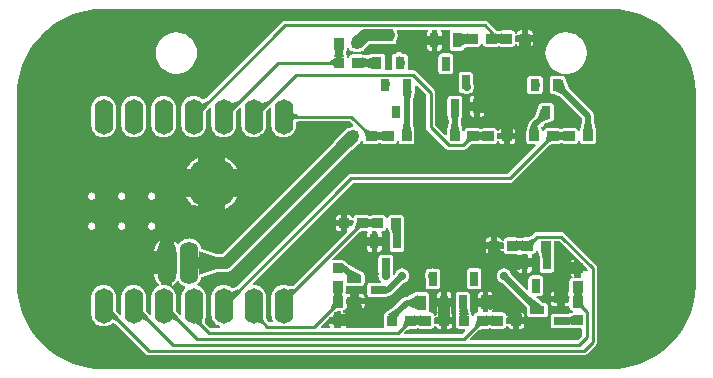
<source format=gtl>
G04 Layer: TopLayer*
G04 EasyEDA v6.5.29, 2023-07-18 11:10:11*
G04 46a78cb779de4c589d7e1b01d2e58bcc,4bfb672c99b74c95bcb02992393faf10,10*
G04 Gerber Generator version 0.2*
G04 Scale: 100 percent, Rotated: No, Reflected: No *
G04 Dimensions in millimeters *
G04 leading zeros omitted , absolute positions ,4 integer and 5 decimal *
%FSLAX45Y45*%
%MOMM*%

%AMMACRO1*21,1,$1,$2,0,0,$3*%
%ADD10C,0.2540*%
%ADD11C,0.5000*%
%ADD12C,1.0000*%
%ADD13MACRO1,0.864X0.8065X-90.0000*%
%ADD14MACRO1,0.864X0.8065X0.0000*%
%ADD15R,0.8640X0.8065*%
%ADD16MACRO1,0.864X0.8065X90.0000*%
%ADD17R,0.7000X1.2500*%
%ADD18R,1.2500X0.7000*%
%ADD19R,0.8000X1.0000*%
%ADD20O,1.5999968X2.999994*%
%ADD21C,0.1000*%
%ADD22O,1.5999968X3.5999928*%
%ADD23C,4.4000*%
%ADD24C,0.7000*%
%ADD25C,0.6100*%
%ADD26C,0.0140*%

%LPD*%
G36*
X3775456Y6625894D02*
G01*
X3738067Y6626859D01*
X3701491Y6629653D01*
X3665118Y6634276D01*
X3628999Y6640779D01*
X3593236Y6649110D01*
X3557981Y6659168D01*
X3523284Y6671056D01*
X3489198Y6684670D01*
X3455873Y6700012D01*
X3423361Y6717030D01*
X3391763Y6735622D01*
X3361131Y6755841D01*
X3331565Y6777583D01*
X3303168Y6800748D01*
X3275939Y6825335D01*
X3250031Y6851294D01*
X3225444Y6878523D01*
X3202279Y6906971D01*
X3180537Y6936536D01*
X3160369Y6967169D01*
X3141776Y6998817D01*
X3124809Y7031329D01*
X3109518Y7064654D01*
X3095904Y7098741D01*
X3084068Y7133488D01*
X3073958Y7168743D01*
X3065678Y7204506D01*
X3059226Y7240574D01*
X3054604Y7276998D01*
X3051810Y7313574D01*
X3050895Y7350404D01*
X3050895Y8949537D01*
X3051860Y8986926D01*
X3054654Y9023502D01*
X3059328Y9059875D01*
X3065780Y9095994D01*
X3074111Y9131706D01*
X3084220Y9167012D01*
X3096056Y9201708D01*
X3109722Y9235744D01*
X3125012Y9269069D01*
X3142030Y9301581D01*
X3160623Y9333230D01*
X3180842Y9363811D01*
X3202584Y9393377D01*
X3225749Y9421825D01*
X3250387Y9449054D01*
X3276295Y9474962D01*
X3303524Y9499549D01*
X3331972Y9522714D01*
X3361588Y9544405D01*
X3392220Y9564624D01*
X3423818Y9583216D01*
X3456330Y9600184D01*
X3489706Y9615474D01*
X3523742Y9629089D01*
X3558489Y9640925D01*
X3593744Y9650984D01*
X3629507Y9659264D01*
X3665626Y9665766D01*
X3701999Y9670389D01*
X3738575Y9673132D01*
X3775456Y9674047D01*
X8074558Y9674047D01*
X8111896Y9673132D01*
X8148472Y9670338D01*
X8184896Y9665665D01*
X8221014Y9659162D01*
X8256727Y9650882D01*
X8291982Y9640773D01*
X8326678Y9628886D01*
X8360765Y9615271D01*
X8394090Y9599930D01*
X8426602Y9582962D01*
X8458200Y9564319D01*
X8488832Y9544151D01*
X8518398Y9522409D01*
X8546846Y9499193D01*
X8574024Y9474606D01*
X8599982Y9448647D01*
X8624570Y9421418D01*
X8647734Y9392970D01*
X8669426Y9363405D01*
X8689594Y9332772D01*
X8708186Y9301175D01*
X8725154Y9268612D01*
X8740495Y9235287D01*
X8754059Y9201200D01*
X8765946Y9166504D01*
X8776004Y9131249D01*
X8784285Y9095486D01*
X8790736Y9059367D01*
X8795359Y9022994D01*
X8798153Y8986418D01*
X8799068Y8949537D01*
X8799068Y7350404D01*
X8798102Y7313066D01*
X8795308Y7276490D01*
X8790686Y7240066D01*
X8784183Y7203998D01*
X8775903Y7168235D01*
X8765794Y7132980D01*
X8753906Y7098284D01*
X8740292Y7064197D01*
X8724950Y7030872D01*
X8707932Y6998360D01*
X8689340Y6966762D01*
X8669121Y6936130D01*
X8647430Y6906564D01*
X8624214Y6878167D01*
X8599627Y6850938D01*
X8573668Y6824980D01*
X8546439Y6800392D01*
X8517991Y6777228D01*
X8488426Y6755536D01*
X8457793Y6735368D01*
X8426145Y6716775D01*
X8393633Y6699808D01*
X8360308Y6684467D01*
X8326221Y6670903D01*
X8291474Y6659016D01*
X8256219Y6648958D01*
X8220506Y6640677D01*
X8184388Y6634225D01*
X8147964Y6629603D01*
X8111388Y6626809D01*
X8074558Y6625894D01*
G37*

%LPC*%
G36*
X4166108Y6743192D02*
G01*
X7848092Y6743192D01*
X7856118Y6744004D01*
X7863331Y6746189D01*
X7870037Y6749745D01*
X7876235Y6754875D01*
X7951724Y6830364D01*
X7956854Y6836562D01*
X7960410Y6843268D01*
X7962595Y6850481D01*
X7963408Y6858508D01*
X7963408Y7479792D01*
X7962595Y7487818D01*
X7960410Y7495031D01*
X7956854Y7501737D01*
X7951724Y7507935D01*
X7685735Y7773924D01*
X7679537Y7779054D01*
X7672831Y7782610D01*
X7665618Y7784795D01*
X7657592Y7785608D01*
X7456170Y7785608D01*
X7448143Y7784795D01*
X7440930Y7782610D01*
X7434224Y7779054D01*
X7428026Y7773924D01*
X7406081Y7752029D01*
X7402575Y7749743D01*
X7379208Y7740599D01*
X7375550Y7739888D01*
X7339838Y7739888D01*
X7332573Y7739024D01*
X7311237Y7733842D01*
X7308850Y7733588D01*
X7306462Y7733842D01*
X7284720Y7739125D01*
X7277862Y7739888D01*
X7198359Y7739888D01*
X7192060Y7739176D01*
X7186574Y7737297D01*
X7181697Y7734198D01*
X7177582Y7730134D01*
X7174534Y7725206D01*
X7172401Y7719161D01*
X7170267Y7715605D01*
X7166864Y7713167D01*
X7162800Y7712354D01*
X7158736Y7713167D01*
X7155332Y7715605D01*
X7153198Y7719161D01*
X7151065Y7725206D01*
X7148017Y7730134D01*
X7143902Y7734198D01*
X7139025Y7737297D01*
X7133539Y7739176D01*
X7127240Y7739888D01*
X7113981Y7739888D01*
X7113981Y7698740D01*
X7161733Y7698740D01*
X7165644Y7697978D01*
X7168896Y7695793D01*
X7171131Y7692491D01*
X7171893Y7688580D01*
X7171893Y7653020D01*
X7171131Y7649108D01*
X7168896Y7645806D01*
X7165644Y7643622D01*
X7161733Y7642859D01*
X7113981Y7642859D01*
X7113981Y7601712D01*
X7127240Y7601712D01*
X7133539Y7602423D01*
X7139025Y7604302D01*
X7143902Y7607401D01*
X7148017Y7611465D01*
X7151065Y7616393D01*
X7153198Y7622438D01*
X7155332Y7625994D01*
X7158736Y7628432D01*
X7162800Y7629245D01*
X7166864Y7628432D01*
X7170267Y7625994D01*
X7172401Y7622438D01*
X7174534Y7616393D01*
X7177582Y7611465D01*
X7181697Y7607401D01*
X7186574Y7604302D01*
X7192060Y7602423D01*
X7198359Y7601712D01*
X7276134Y7601712D01*
X7279995Y7600899D01*
X7283297Y7598714D01*
X7285532Y7595412D01*
X7286294Y7591552D01*
X7286294Y7567117D01*
X7323328Y7567117D01*
X7323328Y7592161D01*
X7324242Y7596327D01*
X7326731Y7599730D01*
X7330440Y7601864D01*
X7334656Y7602270D01*
X7339838Y7601712D01*
X7360869Y7601712D01*
X7364780Y7600899D01*
X7368082Y7598714D01*
X7370267Y7595412D01*
X7371029Y7591552D01*
X7371029Y7567117D01*
X7408113Y7567117D01*
X7408113Y7591552D01*
X7408875Y7595412D01*
X7411059Y7598714D01*
X7414361Y7600899D01*
X7419340Y7601712D01*
X7425639Y7602423D01*
X7431125Y7604302D01*
X7436002Y7607401D01*
X7440117Y7611465D01*
X7443165Y7616393D01*
X7445248Y7622336D01*
X7447584Y7626045D01*
X7451191Y7628432D01*
X7455560Y7629093D01*
X7459725Y7627874D01*
X7463028Y7624978D01*
X7464806Y7621016D01*
X7476083Y7565796D01*
X7476286Y7563764D01*
X7476286Y7467549D01*
X7476998Y7461250D01*
X7478928Y7455763D01*
X7481976Y7450886D01*
X7486091Y7446772D01*
X7490968Y7443724D01*
X7496454Y7441793D01*
X7502753Y7441082D01*
X7571638Y7441082D01*
X7577937Y7441793D01*
X7583424Y7443724D01*
X7588300Y7446772D01*
X7592415Y7450886D01*
X7595463Y7455763D01*
X7597394Y7461250D01*
X7598105Y7467549D01*
X7598105Y7591450D01*
X7597343Y7598257D01*
X7594498Y7610856D01*
X7594447Y7615123D01*
X7595819Y7621930D01*
X7596479Y7628128D01*
X7596479Y7698231D01*
X7597241Y7702143D01*
X7599425Y7705394D01*
X7602728Y7707630D01*
X7606639Y7708392D01*
X7637881Y7708392D01*
X7641793Y7707630D01*
X7645095Y7705394D01*
X7822793Y7527747D01*
X7824978Y7524445D01*
X7825740Y7520533D01*
X7825740Y7505953D01*
X7840370Y7505953D01*
X7844231Y7505141D01*
X7847533Y7502956D01*
X7880248Y7470241D01*
X7882432Y7466939D01*
X7883194Y7463078D01*
X7882432Y7459167D01*
X7880248Y7455865D01*
X7876946Y7453680D01*
X7873034Y7452918D01*
X7825740Y7452918D01*
X7825740Y7405166D01*
X7824978Y7401255D01*
X7822793Y7398003D01*
X7819491Y7395768D01*
X7815580Y7395006D01*
X7780020Y7395006D01*
X7776108Y7395768D01*
X7772806Y7398003D01*
X7770622Y7401255D01*
X7769859Y7405166D01*
X7769859Y7452918D01*
X7728712Y7452918D01*
X7728712Y7439659D01*
X7729423Y7433360D01*
X7731302Y7427874D01*
X7734401Y7422997D01*
X7738465Y7418882D01*
X7743393Y7415834D01*
X7749438Y7413701D01*
X7752994Y7411567D01*
X7755432Y7408164D01*
X7756245Y7404100D01*
X7755432Y7400036D01*
X7752994Y7396632D01*
X7749438Y7394498D01*
X7743393Y7392365D01*
X7738465Y7389317D01*
X7734401Y7385202D01*
X7731302Y7380325D01*
X7729423Y7374839D01*
X7728712Y7368540D01*
X7728712Y7290765D01*
X7727899Y7286904D01*
X7725714Y7283602D01*
X7722412Y7281367D01*
X7718552Y7280605D01*
X7694117Y7280605D01*
X7694117Y7243572D01*
X7719161Y7243572D01*
X7723327Y7242657D01*
X7726730Y7240168D01*
X7728864Y7236459D01*
X7729270Y7232243D01*
X7728712Y7227062D01*
X7728712Y7206030D01*
X7727899Y7202119D01*
X7725714Y7198817D01*
X7722412Y7196632D01*
X7718552Y7195870D01*
X7694117Y7195870D01*
X7694117Y7158786D01*
X7718552Y7158786D01*
X7722412Y7158024D01*
X7725714Y7155840D01*
X7727899Y7152538D01*
X7728712Y7147559D01*
X7729423Y7141260D01*
X7731302Y7135774D01*
X7734401Y7130897D01*
X7738465Y7126782D01*
X7743393Y7123734D01*
X7749336Y7121652D01*
X7753045Y7119315D01*
X7755432Y7115708D01*
X7756093Y7111339D01*
X7754874Y7107174D01*
X7751978Y7103872D01*
X7748016Y7102094D01*
X7692847Y7090816D01*
X7690815Y7090613D01*
X7594549Y7090613D01*
X7588250Y7089902D01*
X7582763Y7087971D01*
X7577886Y7084923D01*
X7573772Y7080808D01*
X7570724Y7075931D01*
X7568793Y7070445D01*
X7568082Y7064146D01*
X7568082Y6995261D01*
X7568793Y6988962D01*
X7570724Y6983475D01*
X7573772Y6978599D01*
X7577886Y6974484D01*
X7582763Y6971436D01*
X7588250Y6969506D01*
X7594549Y6968794D01*
X7718399Y6968794D01*
X7725359Y6969607D01*
X7737856Y6972401D01*
X7742123Y6972452D01*
X7748930Y6971080D01*
X7755128Y6970420D01*
X7825231Y6970420D01*
X7829143Y6969658D01*
X7832394Y6967474D01*
X7834630Y6964172D01*
X7835392Y6960260D01*
X7835392Y6916318D01*
X7834630Y6912406D01*
X7832394Y6909104D01*
X7797495Y6874205D01*
X7794193Y6871970D01*
X7790281Y6871208D01*
X6898792Y6871208D01*
X6894880Y6871970D01*
X6891578Y6874205D01*
X6889394Y6877456D01*
X6888632Y6881368D01*
X6889394Y6885279D01*
X6891578Y6888530D01*
X6957669Y6954621D01*
X6961124Y6956907D01*
X6984187Y6966000D01*
X6987895Y6966712D01*
X7023862Y6966712D01*
X7031126Y6967575D01*
X7052462Y6972757D01*
X7054850Y6973011D01*
X7057237Y6972757D01*
X7078980Y6967474D01*
X7085838Y6966712D01*
X7165340Y6966712D01*
X7171639Y6967423D01*
X7177125Y6969302D01*
X7182002Y6972401D01*
X7186117Y6976465D01*
X7189165Y6981393D01*
X7191298Y6987438D01*
X7193432Y6990994D01*
X7196836Y6993432D01*
X7200900Y6994245D01*
X7204964Y6993432D01*
X7208367Y6990994D01*
X7210501Y6987438D01*
X7212634Y6981393D01*
X7215682Y6976465D01*
X7219797Y6972401D01*
X7224674Y6969302D01*
X7230160Y6967423D01*
X7236459Y6966712D01*
X7249718Y6966712D01*
X7249718Y7007859D01*
X7201966Y7007859D01*
X7198055Y7008622D01*
X7194803Y7010806D01*
X7192568Y7014108D01*
X7191806Y7018020D01*
X7191806Y7053580D01*
X7192568Y7057491D01*
X7194803Y7060793D01*
X7198055Y7062978D01*
X7201966Y7063740D01*
X7249718Y7063740D01*
X7249718Y7104888D01*
X7236459Y7104888D01*
X7230160Y7104176D01*
X7224674Y7102297D01*
X7219797Y7099198D01*
X7215682Y7095134D01*
X7212634Y7090206D01*
X7210501Y7084161D01*
X7208367Y7080605D01*
X7204964Y7078167D01*
X7200900Y7077354D01*
X7196836Y7078167D01*
X7193432Y7080605D01*
X7191298Y7084161D01*
X7189165Y7090206D01*
X7186117Y7095134D01*
X7182002Y7099198D01*
X7177125Y7102297D01*
X7171639Y7104176D01*
X7165340Y7104888D01*
X7085177Y7104888D01*
X7081418Y7105650D01*
X7078167Y7107732D01*
X7075931Y7110882D01*
X7075017Y7114590D01*
X7075576Y7118400D01*
X7076694Y7121550D01*
X7077405Y7127900D01*
X7077405Y7152182D01*
X7040372Y7152182D01*
X7040372Y7114438D01*
X7039457Y7110272D01*
X7036968Y7106869D01*
X7033259Y7104735D01*
X7029043Y7104329D01*
X7023862Y7104888D01*
X7002830Y7104888D01*
X6998919Y7105700D01*
X6995617Y7107885D01*
X6993432Y7111187D01*
X6992670Y7115048D01*
X6992670Y7152182D01*
X6955586Y7152182D01*
X6955586Y7127900D01*
X6956298Y7121550D01*
X6957415Y7118400D01*
X6957974Y7114590D01*
X6957059Y7110882D01*
X6954824Y7107732D01*
X6951573Y7105650D01*
X6947814Y7104888D01*
X6944359Y7104888D01*
X6938060Y7104176D01*
X6932574Y7102297D01*
X6927697Y7099198D01*
X6923582Y7095134D01*
X6920534Y7090206D01*
X6918452Y7084263D01*
X6916115Y7080554D01*
X6912508Y7078167D01*
X6908139Y7077506D01*
X6903974Y7078725D01*
X6900672Y7081621D01*
X6898894Y7085584D01*
X6887616Y7140803D01*
X6887413Y7142835D01*
X6887413Y7251750D01*
X6886702Y7258050D01*
X6884771Y7263536D01*
X6881723Y7268413D01*
X6877608Y7272528D01*
X6872731Y7275575D01*
X6867245Y7277506D01*
X6860946Y7278217D01*
X6792061Y7278217D01*
X6785762Y7277506D01*
X6780275Y7275575D01*
X6775399Y7272528D01*
X6771284Y7268413D01*
X6768236Y7263536D01*
X6766306Y7258050D01*
X6765594Y7251750D01*
X6765594Y7127849D01*
X6766356Y7121042D01*
X6770573Y7102398D01*
X6770624Y7098131D01*
X6767880Y7084669D01*
X6767220Y7078472D01*
X6767220Y6993178D01*
X6767931Y6986828D01*
X6769862Y6981393D01*
X6772960Y6976465D01*
X6777024Y6972401D01*
X6781952Y6969302D01*
X6787388Y6967423D01*
X6793738Y6966712D01*
X6836003Y6966712D01*
X6839864Y6965899D01*
X6843166Y6963714D01*
X6845401Y6960412D01*
X6846163Y6956552D01*
X6845401Y6952640D01*
X6843166Y6949338D01*
X6818833Y6925005D01*
X6815531Y6922770D01*
X6811619Y6922008D01*
X6339992Y6922008D01*
X6336080Y6922770D01*
X6332778Y6925005D01*
X6330594Y6928256D01*
X6329832Y6932168D01*
X6330594Y6936079D01*
X6332778Y6939330D01*
X6348069Y6954621D01*
X6351524Y6956907D01*
X6374587Y6966000D01*
X6378295Y6966712D01*
X6414262Y6966712D01*
X6421526Y6967575D01*
X6442862Y6972757D01*
X6445250Y6973011D01*
X6447637Y6972757D01*
X6469380Y6967474D01*
X6476238Y6966712D01*
X6555740Y6966712D01*
X6562039Y6967423D01*
X6567525Y6969302D01*
X6572402Y6972401D01*
X6576517Y6976465D01*
X6579565Y6981393D01*
X6581698Y6987438D01*
X6583832Y6990994D01*
X6587236Y6993432D01*
X6591300Y6994245D01*
X6595364Y6993432D01*
X6598767Y6990994D01*
X6600901Y6987438D01*
X6603034Y6981393D01*
X6606082Y6976465D01*
X6610197Y6972401D01*
X6615074Y6969302D01*
X6620560Y6967423D01*
X6626859Y6966712D01*
X6640118Y6966712D01*
X6640118Y7007859D01*
X6592366Y7007859D01*
X6588455Y7008622D01*
X6585203Y7010806D01*
X6582968Y7014108D01*
X6582206Y7018020D01*
X6582206Y7053580D01*
X6582968Y7057491D01*
X6585203Y7060793D01*
X6588455Y7062978D01*
X6592366Y7063740D01*
X6640118Y7063740D01*
X6640118Y7115048D01*
X6640880Y7119010D01*
X6643166Y7122312D01*
X6643166Y7150608D01*
X6606082Y7150608D01*
X6606082Y7126274D01*
X6606794Y7119975D01*
X6608724Y7114489D01*
X6610858Y7111034D01*
X6612178Y7107936D01*
X6612381Y7104532D01*
X6611416Y7101230D01*
X6609435Y7098487D01*
X6606082Y7095134D01*
X6603034Y7090206D01*
X6600901Y7084161D01*
X6598767Y7080605D01*
X6595364Y7078167D01*
X6591300Y7077354D01*
X6587236Y7078167D01*
X6583832Y7080605D01*
X6581698Y7084161D01*
X6579565Y7090206D01*
X6576517Y7095134D01*
X6572402Y7099198D01*
X6567525Y7102297D01*
X6562039Y7104176D01*
X6555740Y7104888D01*
X6546240Y7104888D01*
X6542481Y7105650D01*
X6539230Y7107732D01*
X6536994Y7110882D01*
X6536080Y7114590D01*
X6537198Y7119975D01*
X6537909Y7126274D01*
X6537909Y7250125D01*
X6537198Y7256475D01*
X6535267Y7261910D01*
X6532219Y7266838D01*
X6528104Y7270902D01*
X6523228Y7274001D01*
X6517741Y7275880D01*
X6511442Y7276592D01*
X6442557Y7276592D01*
X6436309Y7275880D01*
X6429857Y7273594D01*
X6363004Y7240168D01*
X6358483Y7239101D01*
X6350203Y7239101D01*
X6345580Y7238898D01*
X6341160Y7238339D01*
X6336842Y7237374D01*
X6332575Y7236053D01*
X6328511Y7234326D01*
X6324549Y7232294D01*
X6320790Y7229906D01*
X6317284Y7227214D01*
X6313830Y7224064D01*
X6244031Y7154214D01*
X6242761Y7153148D01*
X6168898Y7100366D01*
X6164630Y7096607D01*
X6161176Y7091934D01*
X6158839Y7086650D01*
X6157722Y7080554D01*
X6157620Y6993178D01*
X6159093Y6982510D01*
X6158179Y6978751D01*
X6155994Y6975602D01*
X6152743Y6973519D01*
X6148933Y6972808D01*
X5842304Y6972808D01*
X5838494Y6973519D01*
X5835243Y6975602D01*
X5833059Y6978751D01*
X5832144Y6982510D01*
X5832703Y6986320D01*
X5834176Y6990588D01*
X5834888Y6996938D01*
X5834888Y7010146D01*
X5793740Y7010146D01*
X5793740Y6982968D01*
X5792978Y6979056D01*
X5790793Y6975805D01*
X5787491Y6973570D01*
X5783580Y6972808D01*
X5748020Y6972808D01*
X5744108Y6973570D01*
X5740806Y6975805D01*
X5738622Y6979056D01*
X5737860Y6982968D01*
X5737860Y7010146D01*
X5696712Y7010146D01*
X5696712Y6996938D01*
X5697423Y6990588D01*
X5698896Y6986320D01*
X5699455Y6982510D01*
X5698540Y6978751D01*
X5696356Y6975602D01*
X5693105Y6973519D01*
X5689295Y6972808D01*
X5630316Y6972808D01*
X5626404Y6973570D01*
X5623102Y6975805D01*
X5620918Y6979056D01*
X5620156Y6982968D01*
X5620918Y6986879D01*
X5623102Y6990130D01*
X5693156Y7060234D01*
X5696458Y7062419D01*
X5700369Y7063181D01*
X5737860Y7063181D01*
X5737860Y7100671D01*
X5738622Y7104583D01*
X5741009Y7108037D01*
X5742889Y7109510D01*
X5745073Y7110526D01*
X5776569Y7120585D01*
X5779668Y7121093D01*
X5783580Y7121093D01*
X5787491Y7120331D01*
X5790793Y7118096D01*
X5792978Y7114844D01*
X5793740Y7110933D01*
X5793740Y7063181D01*
X5834888Y7063181D01*
X5834888Y7076440D01*
X5834176Y7082739D01*
X5832297Y7088225D01*
X5829198Y7093102D01*
X5825134Y7097217D01*
X5820206Y7100265D01*
X5814161Y7102398D01*
X5810605Y7104532D01*
X5808167Y7107936D01*
X5807354Y7112000D01*
X5808167Y7116064D01*
X5810605Y7119467D01*
X5814161Y7121601D01*
X5820206Y7123734D01*
X5825134Y7126782D01*
X5829198Y7130897D01*
X5832094Y7135469D01*
X5834684Y7138263D01*
X5838088Y7139889D01*
X5867908Y7139990D01*
X5867908Y7177024D01*
X5845048Y7177024D01*
X5841187Y7177836D01*
X5837885Y7180021D01*
X5835700Y7183323D01*
X5834888Y7187184D01*
X5834888Y7214565D01*
X5835700Y7218476D01*
X5837885Y7221778D01*
X5841187Y7223963D01*
X5845048Y7224725D01*
X5867908Y7224725D01*
X5867908Y7261809D01*
X5843219Y7261758D01*
X5839358Y7262063D01*
X5835904Y7263790D01*
X5833313Y7266736D01*
X5832043Y7270394D01*
X5832195Y7274255D01*
X5834126Y7282180D01*
X5834888Y7289038D01*
X5834888Y7319822D01*
X5835700Y7323734D01*
X5837885Y7327036D01*
X5841187Y7329220D01*
X5845048Y7329982D01*
X5967425Y7329982D01*
X5973775Y7330694D01*
X5979210Y7332624D01*
X5984138Y7335672D01*
X5988202Y7339787D01*
X5991301Y7344664D01*
X5993180Y7350150D01*
X5993892Y7356449D01*
X5993892Y7425334D01*
X5993180Y7431633D01*
X5991301Y7437120D01*
X5988202Y7441996D01*
X5984138Y7446111D01*
X5979210Y7449159D01*
X5976162Y7450328D01*
X5865926Y7503769D01*
X5863183Y7505750D01*
X5853531Y7515402D01*
X5850077Y7518552D01*
X5846572Y7521244D01*
X5842965Y7523530D01*
X5837123Y7526324D01*
X5834786Y7527848D01*
X5832957Y7530033D01*
X5829249Y7535824D01*
X5825134Y7539939D01*
X5820206Y7543038D01*
X5814771Y7544968D01*
X5808421Y7545679D01*
X5731713Y7545679D01*
X5727852Y7546441D01*
X5724550Y7548625D01*
X5722315Y7551928D01*
X5721553Y7555839D01*
X5722315Y7559700D01*
X5724550Y7563002D01*
X5941669Y7780121D01*
X5945124Y7782407D01*
X5968187Y7791500D01*
X5971895Y7792212D01*
X6007963Y7792212D01*
X6012027Y7791856D01*
X6015583Y7789925D01*
X6018123Y7786725D01*
X6019241Y7782763D01*
X6018682Y7778750D01*
X6017006Y7773924D01*
X6016294Y7767624D01*
X6016294Y7743291D01*
X6053328Y7743291D01*
X6053328Y7782763D01*
X6054242Y7786928D01*
X6056731Y7790332D01*
X6060440Y7792466D01*
X6064656Y7792872D01*
X6070701Y7792212D01*
X6090869Y7792212D01*
X6094780Y7791399D01*
X6098082Y7789214D01*
X6100267Y7785912D01*
X6101029Y7782052D01*
X6101029Y7743291D01*
X6138113Y7743291D01*
X6138113Y7767624D01*
X6137402Y7773924D01*
X6135725Y7778699D01*
X6135166Y7782509D01*
X6136081Y7786217D01*
X6138316Y7789367D01*
X6141567Y7791450D01*
X6145326Y7792212D01*
X6150203Y7792212D01*
X6156502Y7792923D01*
X6161989Y7794802D01*
X6166866Y7797901D01*
X6170980Y7801965D01*
X6174028Y7806893D01*
X6176162Y7812938D01*
X6178448Y7816646D01*
X6182055Y7819085D01*
X6186322Y7819745D01*
X6190488Y7818577D01*
X6193840Y7815783D01*
X6195923Y7810703D01*
X6206185Y7774838D01*
X6206540Y7771282D01*
X6206286Y7767828D01*
X6206286Y7643774D01*
X6206998Y7637424D01*
X6208928Y7631988D01*
X6211976Y7627061D01*
X6216091Y7622997D01*
X6220968Y7619898D01*
X6226454Y7618018D01*
X6232753Y7617307D01*
X6301638Y7617307D01*
X6307937Y7618018D01*
X6313424Y7619898D01*
X6318300Y7622997D01*
X6322415Y7627061D01*
X6325463Y7631988D01*
X6327394Y7637424D01*
X6328105Y7643774D01*
X6328105Y7767878D01*
X6327851Y7771942D01*
X6324904Y7794091D01*
X6324854Y7796631D01*
X6327089Y7814665D01*
X6327343Y7818424D01*
X6327343Y7903921D01*
X6326632Y7910271D01*
X6324701Y7915706D01*
X6321602Y7920634D01*
X6317538Y7924698D01*
X6312611Y7927797D01*
X6307175Y7929676D01*
X6300825Y7930388D01*
X6221323Y7930388D01*
X6215024Y7929676D01*
X6209538Y7927797D01*
X6204661Y7924698D01*
X6200546Y7920634D01*
X6197498Y7915706D01*
X6195364Y7909661D01*
X6193231Y7906105D01*
X6189827Y7903667D01*
X6185763Y7902854D01*
X6181699Y7903667D01*
X6178296Y7906105D01*
X6176162Y7909661D01*
X6174028Y7915706D01*
X6170980Y7920634D01*
X6166866Y7924698D01*
X6161989Y7927797D01*
X6156502Y7929676D01*
X6150203Y7930388D01*
X6070701Y7930388D01*
X6063437Y7929524D01*
X6041694Y7924241D01*
X6039307Y7923987D01*
X6036868Y7924241D01*
X6014720Y7929625D01*
X6007862Y7930388D01*
X5928360Y7930388D01*
X5922060Y7929676D01*
X5916574Y7927797D01*
X5911697Y7924698D01*
X5907582Y7920634D01*
X5904534Y7915706D01*
X5902401Y7909661D01*
X5900267Y7906105D01*
X5896864Y7903667D01*
X5892800Y7902854D01*
X5888736Y7903667D01*
X5885332Y7906105D01*
X5883198Y7909661D01*
X5881065Y7915706D01*
X5878017Y7920634D01*
X5873902Y7924698D01*
X5869025Y7927797D01*
X5863539Y7929676D01*
X5857240Y7930388D01*
X5843981Y7930388D01*
X5843981Y7889240D01*
X5891733Y7889240D01*
X5895644Y7888478D01*
X5898896Y7886293D01*
X5901131Y7882991D01*
X5901893Y7879080D01*
X5901893Y7875168D01*
X5901385Y7872069D01*
X5891326Y7840573D01*
X5890310Y7838389D01*
X5888685Y7836306D01*
X5885383Y7834122D01*
X5881471Y7833359D01*
X5843981Y7833359D01*
X5843981Y7795869D01*
X5843219Y7791958D01*
X5841034Y7788656D01*
X5384800Y7332472D01*
X5382107Y7330541D01*
X5378907Y7329576D01*
X5360212Y7327138D01*
X5357215Y7327188D01*
X5354421Y7328103D01*
X5349138Y7330744D01*
X5335981Y7335164D01*
X5322417Y7337856D01*
X5308600Y7338771D01*
X5294782Y7337856D01*
X5281218Y7335164D01*
X5268061Y7330744D01*
X5255666Y7324598D01*
X5244134Y7316927D01*
X5233720Y7307783D01*
X5224576Y7297369D01*
X5216906Y7285837D01*
X5210759Y7273442D01*
X5206339Y7260285D01*
X5203596Y7246721D01*
X5202682Y7232548D01*
X5202682Y7093254D01*
X5203596Y7079081D01*
X5206339Y7065518D01*
X5210759Y7052360D01*
X5217261Y7039406D01*
X5218836Y7035342D01*
X5218582Y7031024D01*
X5216550Y7027164D01*
X5213096Y7024522D01*
X5208828Y7023608D01*
X5189118Y7023608D01*
X5185206Y7024370D01*
X5181904Y7026605D01*
X5169001Y7039508D01*
X5166715Y7043064D01*
X5158384Y7065009D01*
X5157724Y7067803D01*
X5157876Y7070598D01*
X5159603Y7079081D01*
X5160518Y7093254D01*
X5160518Y7232548D01*
X5159603Y7246721D01*
X5156860Y7260285D01*
X5152440Y7273442D01*
X5146294Y7285837D01*
X5138623Y7297369D01*
X5129479Y7307783D01*
X5119065Y7316927D01*
X5107533Y7324598D01*
X5095138Y7330744D01*
X5081981Y7335164D01*
X5068417Y7337856D01*
X5055006Y7338771D01*
X5051298Y7339736D01*
X5048199Y7342022D01*
X5046167Y7345324D01*
X5045506Y7349134D01*
X5046319Y7352893D01*
X5048504Y7356094D01*
X5893104Y8200694D01*
X5896406Y8202930D01*
X5900318Y8203692D01*
X7225030Y8203692D01*
X7233056Y8204504D01*
X7240270Y8206689D01*
X7246975Y8210245D01*
X7253173Y8215375D01*
X7554569Y8516721D01*
X7558024Y8519007D01*
X7581087Y8528100D01*
X7584795Y8528812D01*
X7620762Y8528812D01*
X7628026Y8529675D01*
X7655712Y8536381D01*
X7658100Y8536686D01*
X7660487Y8536381D01*
X7688580Y8529574D01*
X7695438Y8528812D01*
X7774940Y8528812D01*
X7781239Y8529523D01*
X7786725Y8531402D01*
X7791602Y8534501D01*
X7795717Y8538565D01*
X7798765Y8543493D01*
X7800898Y8549538D01*
X7803032Y8553094D01*
X7806436Y8555532D01*
X7810500Y8556345D01*
X7814564Y8555532D01*
X7817967Y8553094D01*
X7820101Y8549538D01*
X7822234Y8543493D01*
X7825282Y8538565D01*
X7829397Y8534501D01*
X7834274Y8531402D01*
X7839760Y8529523D01*
X7846059Y8528812D01*
X7925562Y8528812D01*
X7931912Y8529523D01*
X7937347Y8531402D01*
X7942275Y8534501D01*
X7946339Y8538565D01*
X7949438Y8543493D01*
X7951368Y8548928D01*
X7952079Y8555278D01*
X7952079Y8640572D01*
X7951419Y8646769D01*
X7937042Y8717178D01*
X7936839Y8719210D01*
X7936839Y8770416D01*
X7936636Y8775039D01*
X7936077Y8779459D01*
X7935112Y8783777D01*
X7933791Y8788044D01*
X7932064Y8792108D01*
X7930032Y8796070D01*
X7927644Y8799830D01*
X7924952Y8803335D01*
X7921802Y8806789D01*
X7723682Y9004909D01*
X7721346Y9008465D01*
X7690510Y9089136D01*
X7687665Y9094724D01*
X7684109Y9098991D01*
X7679537Y9102547D01*
X7674254Y9104985D01*
X7668615Y9106154D01*
X7665872Y9106306D01*
X7586675Y9106306D01*
X7580375Y9105595D01*
X7574889Y9103664D01*
X7570012Y9100616D01*
X7565898Y9096502D01*
X7562850Y9091625D01*
X7560919Y9086138D01*
X7560208Y9079839D01*
X7560208Y8980982D01*
X7560919Y8974632D01*
X7562850Y8969197D01*
X7565898Y8964269D01*
X7570012Y8960205D01*
X7574889Y8957106D01*
X7580375Y8955227D01*
X7586675Y8954516D01*
X7596936Y8954516D01*
X7601305Y8953500D01*
X7656525Y8927185D01*
X7659370Y8925204D01*
X7832039Y8752484D01*
X7834274Y8749233D01*
X7835036Y8745321D01*
X7835036Y8720277D01*
X7834833Y8718245D01*
X7820406Y8647684D01*
X7818628Y8643721D01*
X7815325Y8640826D01*
X7811160Y8639606D01*
X7806791Y8640267D01*
X7803184Y8642654D01*
X7800848Y8646363D01*
X7798765Y8652306D01*
X7795717Y8657234D01*
X7791602Y8661298D01*
X7786725Y8664397D01*
X7781239Y8666276D01*
X7774940Y8666988D01*
X7695438Y8666988D01*
X7688173Y8666124D01*
X7660487Y8659418D01*
X7658100Y8659114D01*
X7655712Y8659418D01*
X7627620Y8666226D01*
X7620762Y8666988D01*
X7541259Y8666988D01*
X7534960Y8666276D01*
X7529474Y8664397D01*
X7524597Y8661298D01*
X7520482Y8657234D01*
X7517434Y8652306D01*
X7515301Y8646261D01*
X7513066Y8642604D01*
X7509509Y8640165D01*
X7505293Y8639454D01*
X7501178Y8640521D01*
X7497825Y8643162D01*
X7495895Y8646972D01*
X7495235Y8649462D01*
X7489494Y8666886D01*
X7488986Y8670594D01*
X7489850Y8674201D01*
X7491933Y8677249D01*
X7510525Y8695791D01*
X7513726Y8697976D01*
X7580680Y8726322D01*
X7586218Y8729421D01*
X7590485Y8733332D01*
X7593838Y8738057D01*
X7595971Y8743442D01*
X7596987Y8750554D01*
X7596987Y8849817D01*
X7596276Y8856167D01*
X7594396Y8861602D01*
X7591298Y8866530D01*
X7587234Y8870594D01*
X7582306Y8873693D01*
X7576870Y8875623D01*
X7570520Y8876334D01*
X7491679Y8876334D01*
X7485329Y8875623D01*
X7479893Y8873693D01*
X7474966Y8870594D01*
X7470902Y8866530D01*
X7467803Y8861602D01*
X7465923Y8856167D01*
X7465212Y8849817D01*
X7465212Y8840012D01*
X7464602Y8836558D01*
X7440879Y8771534D01*
X7438542Y8767826D01*
X7394397Y8723731D01*
X7391247Y8720277D01*
X7388555Y8716772D01*
X7386167Y8713012D01*
X7384135Y8709050D01*
X7382408Y8704986D01*
X7381087Y8700719D01*
X7379309Y8691270D01*
X7364882Y8647176D01*
X7364120Y8640470D01*
X7364120Y8555278D01*
X7364831Y8548928D01*
X7366762Y8543493D01*
X7369860Y8538565D01*
X7373924Y8534501D01*
X7378852Y8531402D01*
X7384288Y8529523D01*
X7390638Y8528812D01*
X7432903Y8528812D01*
X7436764Y8527999D01*
X7440066Y8525814D01*
X7442301Y8522512D01*
X7443063Y8518652D01*
X7442301Y8514740D01*
X7440066Y8511438D01*
X7212533Y8283905D01*
X7209231Y8281670D01*
X7205319Y8280908D01*
X5880608Y8280908D01*
X5872581Y8280095D01*
X5865368Y8277910D01*
X5858662Y8274354D01*
X5852464Y8269224D01*
X4904587Y7321397D01*
X4902047Y7319518D01*
X4882997Y7309713D01*
X4879086Y7308646D01*
X4875123Y7309154D01*
X4871618Y7311136D01*
X4865065Y7316927D01*
X4853533Y7324598D01*
X4841138Y7330744D01*
X4827981Y7335164D01*
X4814417Y7337856D01*
X4800600Y7338771D01*
X4786782Y7337856D01*
X4773218Y7335164D01*
X4760061Y7330744D01*
X4747666Y7324598D01*
X4736134Y7316927D01*
X4725720Y7307783D01*
X4716576Y7297369D01*
X4708906Y7285837D01*
X4702759Y7273442D01*
X4698339Y7260285D01*
X4695596Y7246721D01*
X4694682Y7232548D01*
X4694682Y7093254D01*
X4695596Y7079081D01*
X4698339Y7065518D01*
X4702759Y7052360D01*
X4708906Y7039965D01*
X4716576Y7028434D01*
X4725720Y7018020D01*
X4736134Y7008875D01*
X4747666Y7001205D01*
X4760061Y6995058D01*
X4767427Y6992569D01*
X4770932Y6990537D01*
X4773320Y6987286D01*
X4774285Y6983323D01*
X4773625Y6979361D01*
X4771440Y6975906D01*
X4768138Y6973620D01*
X4764125Y6972808D01*
X4693818Y6972808D01*
X4689906Y6973570D01*
X4686604Y6975805D01*
X4645863Y7016496D01*
X4643932Y7019239D01*
X4642967Y7022439D01*
X4640681Y7040981D01*
X4640732Y7043928D01*
X4641646Y7046722D01*
X4644440Y7052360D01*
X4648860Y7065518D01*
X4651603Y7079081D01*
X4652518Y7093254D01*
X4652518Y7232548D01*
X4651603Y7246721D01*
X4648860Y7260285D01*
X4644440Y7273442D01*
X4638294Y7285837D01*
X4630623Y7297369D01*
X4621479Y7307783D01*
X4611065Y7316927D01*
X4599533Y7324598D01*
X4587138Y7330744D01*
X4584954Y7331456D01*
X4581347Y7333640D01*
X4578908Y7337044D01*
X4578096Y7341209D01*
X4579010Y7345324D01*
X4581550Y7348728D01*
X4583379Y7350353D01*
X4592523Y7360767D01*
X4600194Y7372248D01*
X4606340Y7384694D01*
X4610760Y7397800D01*
X4611217Y7400086D01*
X4612538Y7403388D01*
X4614875Y7406030D01*
X4617974Y7407706D01*
X4741265Y7448803D01*
X4744516Y7449362D01*
X4823561Y7449413D01*
X4832400Y7450226D01*
X4834839Y7450632D01*
X4843475Y7452766D01*
X4845812Y7453528D01*
X4854041Y7456931D01*
X4856226Y7458049D01*
X4863846Y7462672D01*
X4872685Y7469733D01*
X5838393Y8435340D01*
X5950762Y8534908D01*
X5955030Y8539632D01*
X5957874Y8544814D01*
X5959297Y8549284D01*
X5961380Y8552942D01*
X5964783Y8555431D01*
X5968847Y8556345D01*
X5972962Y8555532D01*
X5976416Y8553145D01*
X5978601Y8549538D01*
X5980734Y8543493D01*
X5983782Y8538565D01*
X5987897Y8534501D01*
X5992774Y8531402D01*
X5998260Y8529523D01*
X6004560Y8528812D01*
X6084062Y8528812D01*
X6091326Y8529675D01*
X6119012Y8536381D01*
X6121400Y8536686D01*
X6123787Y8536381D01*
X6151880Y8529574D01*
X6158738Y8528812D01*
X6238240Y8528812D01*
X6244539Y8529523D01*
X6250025Y8531402D01*
X6254902Y8534501D01*
X6259017Y8538565D01*
X6262065Y8543493D01*
X6264198Y8549538D01*
X6266332Y8553094D01*
X6269736Y8555532D01*
X6273800Y8556345D01*
X6277864Y8555532D01*
X6281267Y8553094D01*
X6283401Y8549538D01*
X6285534Y8543493D01*
X6288582Y8538565D01*
X6292697Y8534501D01*
X6297574Y8531402D01*
X6303060Y8529523D01*
X6309360Y8528812D01*
X6388862Y8528812D01*
X6395212Y8529523D01*
X6400647Y8531402D01*
X6405575Y8534501D01*
X6409639Y8538565D01*
X6412738Y8543493D01*
X6414668Y8548928D01*
X6415379Y8555278D01*
X6415379Y8640826D01*
X6415176Y8644229D01*
X6406997Y8718143D01*
X6406997Y8901785D01*
X6407200Y8903817D01*
X6421424Y8974836D01*
X6422034Y8980932D01*
X6422034Y9018270D01*
X6422796Y9022130D01*
X6424980Y9025432D01*
X6428282Y9027617D01*
X6432194Y9028430D01*
X6436055Y9027617D01*
X6439357Y9025432D01*
X6511594Y8953195D01*
X6513830Y8949893D01*
X6514592Y8945981D01*
X6514592Y8674608D01*
X6515404Y8666581D01*
X6517589Y8659368D01*
X6521145Y8652662D01*
X6526276Y8646464D01*
X6677964Y8494776D01*
X6684162Y8489645D01*
X6690868Y8486089D01*
X6698081Y8483904D01*
X6706108Y8483092D01*
X6830314Y8483092D01*
X6838340Y8483904D01*
X6845553Y8486089D01*
X6852259Y8489645D01*
X6858457Y8494776D01*
X6880352Y8516620D01*
X6883806Y8518906D01*
X6907022Y8528100D01*
X6910730Y8528812D01*
X6946798Y8528812D01*
X6954062Y8529675D01*
X6975398Y8534857D01*
X6977786Y8535111D01*
X6980174Y8534857D01*
X7002018Y8529574D01*
X7008875Y8528812D01*
X7088378Y8528812D01*
X7094677Y8529523D01*
X7100163Y8531402D01*
X7105040Y8534501D01*
X7109155Y8538565D01*
X7112203Y8543493D01*
X7114336Y8549538D01*
X7116470Y8553094D01*
X7119874Y8555532D01*
X7123938Y8556345D01*
X7128002Y8555532D01*
X7131405Y8553094D01*
X7133539Y8549538D01*
X7135672Y8543493D01*
X7138720Y8538565D01*
X7142835Y8534501D01*
X7147712Y8531402D01*
X7153198Y8529523D01*
X7159498Y8528812D01*
X7172756Y8528812D01*
X7172756Y8569960D01*
X7125004Y8569960D01*
X7121093Y8570722D01*
X7117842Y8572906D01*
X7115606Y8576208D01*
X7114844Y8580120D01*
X7114844Y8615680D01*
X7115606Y8619591D01*
X7117842Y8622893D01*
X7121093Y8625078D01*
X7125004Y8625840D01*
X7172756Y8625840D01*
X7172756Y8666988D01*
X7159498Y8666988D01*
X7153198Y8666276D01*
X7147712Y8664397D01*
X7142835Y8661298D01*
X7138720Y8657234D01*
X7135672Y8652306D01*
X7133539Y8646261D01*
X7131405Y8642705D01*
X7128002Y8640267D01*
X7123938Y8639454D01*
X7119874Y8640267D01*
X7116470Y8642705D01*
X7114336Y8646261D01*
X7112203Y8652306D01*
X7109155Y8657234D01*
X7105040Y8661298D01*
X7100163Y8664397D01*
X7094677Y8666276D01*
X7088378Y8666988D01*
X7008774Y8666988D01*
X7001509Y8666124D01*
X6980174Y8660942D01*
X6977786Y8660688D01*
X6975398Y8660942D01*
X6953656Y8666226D01*
X6946798Y8666988D01*
X6867296Y8666988D01*
X6860997Y8666276D01*
X6855510Y8664397D01*
X6850634Y8661298D01*
X6846519Y8657234D01*
X6843471Y8652306D01*
X6841388Y8646363D01*
X6839051Y8642654D01*
X6835444Y8640216D01*
X6831075Y8639606D01*
X6826910Y8640826D01*
X6823608Y8643670D01*
X6821830Y8647684D01*
X6808114Y8714638D01*
X6808012Y8718042D01*
X6817055Y8785656D01*
X6817309Y8789720D01*
X6817309Y8913825D01*
X6816598Y8920175D01*
X6814667Y8925610D01*
X6811619Y8930538D01*
X6807504Y8934602D01*
X6802628Y8937701D01*
X6797141Y8939580D01*
X6790842Y8940292D01*
X6721957Y8940292D01*
X6715658Y8939580D01*
X6710172Y8937701D01*
X6705295Y8934602D01*
X6701180Y8930538D01*
X6698132Y8925610D01*
X6696202Y8920175D01*
X6695490Y8913825D01*
X6695490Y8789771D01*
X6695744Y8785656D01*
X6704787Y8718042D01*
X6704685Y8714638D01*
X6690817Y8646769D01*
X6690156Y8640572D01*
X6690156Y8616238D01*
X6689394Y8612378D01*
X6687210Y8609076D01*
X6683908Y8606840D01*
X6679996Y8606078D01*
X6676136Y8606840D01*
X6672834Y8609076D01*
X6594805Y8687104D01*
X6592570Y8690406D01*
X6591808Y8694318D01*
X6591808Y8965692D01*
X6590995Y8973718D01*
X6588810Y8980932D01*
X6585254Y8987637D01*
X6580124Y8993835D01*
X6428435Y9145524D01*
X6422237Y9150654D01*
X6415532Y9154210D01*
X6408318Y9156395D01*
X6400292Y9157208D01*
X6368440Y9157208D01*
X6364274Y9158071D01*
X6360871Y9160611D01*
X6358737Y9164269D01*
X6358331Y9168485D01*
X6358534Y9170060D01*
X6358534Y9206026D01*
X6359245Y9210192D01*
X6360058Y9220200D01*
X6359245Y9230207D01*
X6358534Y9234373D01*
X6358534Y9268917D01*
X6357772Y9275267D01*
X6355892Y9280702D01*
X6352794Y9285630D01*
X6348730Y9289694D01*
X6343802Y9292793D01*
X6338366Y9294672D01*
X6332016Y9295384D01*
X6320891Y9295384D01*
X6317437Y9295993D01*
X6314440Y9297720D01*
X6307937Y9303054D01*
X6301232Y9306610D01*
X6294018Y9308795D01*
X6286500Y9309557D01*
X6278981Y9308795D01*
X6271768Y9306610D01*
X6265062Y9303054D01*
X6258509Y9297670D01*
X6255969Y9296146D01*
X6253175Y9295384D01*
X6246825Y9294672D01*
X6241389Y9292793D01*
X6236512Y9289694D01*
X6232398Y9285630D01*
X6229299Y9280702D01*
X6227419Y9275267D01*
X6226708Y9268917D01*
X6226708Y9170060D01*
X6226860Y9168485D01*
X6226454Y9164269D01*
X6224371Y9160611D01*
X6220917Y9158071D01*
X6216751Y9157208D01*
X6178397Y9157208D01*
X6174282Y9158071D01*
X6170828Y9160611D01*
X6168745Y9164269D01*
X6168339Y9168485D01*
X6168491Y9170060D01*
X6168491Y9268917D01*
X6167780Y9275267D01*
X6165850Y9280702D01*
X6162802Y9285630D01*
X6158687Y9289694D01*
X6153810Y9292793D01*
X6148324Y9294672D01*
X6142024Y9295384D01*
X6063183Y9295384D01*
X6056528Y9294672D01*
X6013907Y9280601D01*
X6011062Y9280042D01*
X6008217Y9280347D01*
X5976416Y9288373D01*
X5968847Y9289288D01*
X5935980Y9289288D01*
X5931712Y9290253D01*
X5930290Y9290253D01*
X5925972Y9289288D01*
X5889396Y9289288D01*
X5883097Y9288576D01*
X5877610Y9286697D01*
X5872734Y9283598D01*
X5868619Y9279534D01*
X5865571Y9274606D01*
X5863488Y9268663D01*
X5861151Y9264954D01*
X5857544Y9262516D01*
X5853176Y9261906D01*
X5849010Y9263126D01*
X5845708Y9265970D01*
X5843930Y9269984D01*
X5837631Y9300718D01*
X5837631Y9304782D01*
X5843930Y9335516D01*
X5845708Y9339529D01*
X5849010Y9342374D01*
X5853176Y9343593D01*
X5857544Y9342983D01*
X5861151Y9340545D01*
X5863488Y9336836D01*
X5865571Y9330893D01*
X5868619Y9325965D01*
X5872734Y9321901D01*
X5877610Y9318802D01*
X5883097Y9316923D01*
X5889396Y9316212D01*
X5896152Y9316212D01*
X5899861Y9315500D01*
X5906770Y9312808D01*
X5917793Y9310268D01*
X5926734Y9309608D01*
X5931001Y9308287D01*
X5935065Y9309608D01*
X5942380Y9310268D01*
X5944819Y9310674D01*
X5953201Y9312757D01*
X5960059Y9315450D01*
X5963564Y9316161D01*
X5971235Y9316262D01*
X5977178Y9317431D01*
X5982462Y9319768D01*
X5987338Y9323374D01*
X5989472Y9325610D01*
X6026912Y9370009D01*
X6030417Y9372650D01*
X6034684Y9373616D01*
X6237020Y9373565D01*
X6243370Y9374276D01*
X6248806Y9376206D01*
X6253734Y9379305D01*
X6257798Y9383369D01*
X6260896Y9388297D01*
X6262776Y9393732D01*
X6263487Y9400082D01*
X6263487Y9409684D01*
X6264503Y9414103D01*
X6268212Y9421825D01*
X6271564Y9432696D01*
X6273292Y9443872D01*
X6273292Y9455251D01*
X6271564Y9466427D01*
X6268212Y9477298D01*
X6264757Y9484512D01*
X6263741Y9488474D01*
X6264402Y9492488D01*
X6266535Y9495942D01*
X6269888Y9498279D01*
X6273901Y9499092D01*
X6518757Y9499092D01*
X6522974Y9498177D01*
X6526428Y9495637D01*
X6528511Y9491878D01*
X6528816Y9487560D01*
X6525006Y9477349D01*
X6524294Y9470999D01*
X6524294Y9446717D01*
X6561328Y9446717D01*
X6561328Y9488932D01*
X6562140Y9492843D01*
X6564325Y9496094D01*
X6567627Y9498330D01*
X6571488Y9499092D01*
X6598869Y9499092D01*
X6602780Y9498330D01*
X6606082Y9496094D01*
X6608267Y9492843D01*
X6609029Y9488932D01*
X6609029Y9446717D01*
X6646113Y9446717D01*
X6646113Y9470999D01*
X6645402Y9477349D01*
X6641592Y9487560D01*
X6641896Y9491878D01*
X6643979Y9495637D01*
X6647434Y9498177D01*
X6651650Y9499092D01*
X6708749Y9499092D01*
X6712966Y9498177D01*
X6716420Y9495637D01*
X6718503Y9491878D01*
X6718858Y9487560D01*
X6714998Y9477349D01*
X6714286Y9470999D01*
X6714286Y9347149D01*
X6714998Y9340850D01*
X6716928Y9335363D01*
X6719976Y9330486D01*
X6724091Y9326372D01*
X6728968Y9323324D01*
X6734454Y9321393D01*
X6740753Y9320682D01*
X6809638Y9320682D01*
X6815937Y9321393D01*
X6821424Y9323324D01*
X6826300Y9326372D01*
X6830415Y9330486D01*
X6833463Y9335363D01*
X6835597Y9341408D01*
X6837578Y9344761D01*
X6840626Y9347149D01*
X6855561Y9354616D01*
X6858457Y9355582D01*
X6861505Y9355582D01*
X6870903Y9354312D01*
X6950303Y9354312D01*
X6956602Y9355023D01*
X6962089Y9356902D01*
X6966966Y9360001D01*
X6971080Y9364065D01*
X6974128Y9368993D01*
X6976262Y9375038D01*
X6978396Y9378594D01*
X6981799Y9381032D01*
X6985863Y9381845D01*
X6989927Y9381032D01*
X6993331Y9378594D01*
X6995464Y9375038D01*
X6997598Y9368993D01*
X7000646Y9364065D01*
X7004761Y9360001D01*
X7009638Y9356902D01*
X7015124Y9355023D01*
X7021423Y9354312D01*
X7100925Y9354312D01*
X7108190Y9355175D01*
X7128662Y9360154D01*
X7131050Y9360408D01*
X7133437Y9360154D01*
X7154418Y9355074D01*
X7161275Y9354312D01*
X7240778Y9354312D01*
X7247077Y9355023D01*
X7252563Y9356902D01*
X7257440Y9360001D01*
X7261555Y9364065D01*
X7264603Y9368993D01*
X7266736Y9375038D01*
X7268870Y9378594D01*
X7272274Y9381032D01*
X7276338Y9381845D01*
X7280402Y9381032D01*
X7283805Y9378594D01*
X7285939Y9375038D01*
X7288072Y9368993D01*
X7291120Y9364065D01*
X7295235Y9360001D01*
X7300112Y9356902D01*
X7305598Y9355023D01*
X7311898Y9354312D01*
X7325156Y9354312D01*
X7325156Y9395460D01*
X7277404Y9395460D01*
X7273493Y9396222D01*
X7270242Y9398406D01*
X7268006Y9401708D01*
X7267244Y9405620D01*
X7267244Y9441180D01*
X7268006Y9445091D01*
X7270242Y9448393D01*
X7273493Y9450578D01*
X7277404Y9451340D01*
X7325156Y9451340D01*
X7325156Y9492488D01*
X7311898Y9492488D01*
X7305598Y9491776D01*
X7300112Y9489897D01*
X7295235Y9486798D01*
X7291120Y9482734D01*
X7288072Y9477806D01*
X7285939Y9471761D01*
X7283805Y9468205D01*
X7280402Y9465767D01*
X7276338Y9464954D01*
X7272274Y9465767D01*
X7268870Y9468205D01*
X7266736Y9471761D01*
X7264603Y9477806D01*
X7261555Y9482734D01*
X7257440Y9486798D01*
X7252563Y9489897D01*
X7247077Y9491776D01*
X7240778Y9492488D01*
X7161174Y9492488D01*
X7153909Y9491624D01*
X7133437Y9486646D01*
X7131050Y9486392D01*
X7128662Y9486646D01*
X7112508Y9490608D01*
X7108698Y9492437D01*
X7100824Y9501835D01*
X7038035Y9564624D01*
X7031837Y9569754D01*
X7025131Y9573310D01*
X7017918Y9575495D01*
X7009892Y9576308D01*
X5321808Y9576308D01*
X5313781Y9575495D01*
X5306568Y9573310D01*
X5299862Y9569754D01*
X5293664Y9564624D01*
X4650130Y8921140D01*
X4647590Y8919311D01*
X4628997Y8909710D01*
X4625136Y8908643D01*
X4621123Y8909151D01*
X4617618Y8911132D01*
X4611065Y8916924D01*
X4599533Y8924594D01*
X4587138Y8930741D01*
X4573981Y8935161D01*
X4560417Y8937853D01*
X4546600Y8938768D01*
X4532782Y8937853D01*
X4519218Y8935161D01*
X4506061Y8930741D01*
X4493666Y8924594D01*
X4482134Y8916924D01*
X4471720Y8907780D01*
X4462576Y8897366D01*
X4454906Y8885834D01*
X4448759Y8873439D01*
X4444339Y8860282D01*
X4441596Y8846718D01*
X4440682Y8832545D01*
X4440682Y8693251D01*
X4441596Y8679078D01*
X4444339Y8665514D01*
X4448759Y8652357D01*
X4454906Y8639962D01*
X4462576Y8628430D01*
X4471720Y8618016D01*
X4482134Y8608872D01*
X4493666Y8601202D01*
X4506061Y8595055D01*
X4519218Y8590635D01*
X4532782Y8587943D01*
X4546600Y8587028D01*
X4560417Y8587943D01*
X4573981Y8590635D01*
X4587138Y8595055D01*
X4599533Y8601202D01*
X4611065Y8608872D01*
X4621479Y8618016D01*
X4630623Y8628430D01*
X4638294Y8639962D01*
X4644440Y8652357D01*
X4648860Y8665514D01*
X4651603Y8679078D01*
X4652518Y8693251D01*
X4652518Y8799322D01*
X4653026Y8802471D01*
X4654499Y8805316D01*
X4676343Y8835085D01*
X4679492Y8837930D01*
X4683506Y8839200D01*
X4687671Y8838742D01*
X4691329Y8836660D01*
X4693818Y8833205D01*
X4694682Y8829090D01*
X4694682Y8693251D01*
X4695596Y8679078D01*
X4698339Y8665514D01*
X4702759Y8652357D01*
X4708906Y8639962D01*
X4716576Y8628430D01*
X4725720Y8618016D01*
X4736134Y8608872D01*
X4747666Y8601202D01*
X4760061Y8595055D01*
X4773218Y8590635D01*
X4786782Y8587943D01*
X4800600Y8587028D01*
X4814417Y8587943D01*
X4827981Y8590635D01*
X4841138Y8595055D01*
X4853533Y8601202D01*
X4865065Y8608872D01*
X4875479Y8618016D01*
X4884623Y8628430D01*
X4892294Y8639962D01*
X4898440Y8652357D01*
X4902860Y8665514D01*
X4905603Y8679078D01*
X4906518Y8693251D01*
X4906518Y8799423D01*
X4907026Y8802573D01*
X4908499Y8805418D01*
X4930343Y8835237D01*
X4933492Y8838031D01*
X4937506Y8839301D01*
X4941671Y8838844D01*
X4945329Y8836761D01*
X4947818Y8833307D01*
X4948682Y8829192D01*
X4948682Y8693251D01*
X4949596Y8679078D01*
X4952339Y8665514D01*
X4956759Y8652357D01*
X4962906Y8639962D01*
X4970576Y8628430D01*
X4979720Y8618016D01*
X4990134Y8608872D01*
X5001666Y8601202D01*
X5014061Y8595055D01*
X5027218Y8590635D01*
X5040782Y8587943D01*
X5054600Y8587028D01*
X5068417Y8587943D01*
X5081981Y8590635D01*
X5095138Y8595055D01*
X5107533Y8601202D01*
X5119065Y8608872D01*
X5129479Y8618016D01*
X5138623Y8628430D01*
X5146294Y8639962D01*
X5152440Y8652357D01*
X5156860Y8665514D01*
X5159603Y8679078D01*
X5160518Y8693251D01*
X5160518Y8799423D01*
X5161026Y8802573D01*
X5162499Y8805418D01*
X5184343Y8835237D01*
X5187492Y8838031D01*
X5191506Y8839301D01*
X5195671Y8838844D01*
X5199329Y8836761D01*
X5201818Y8833307D01*
X5202682Y8829192D01*
X5202682Y8693251D01*
X5203596Y8679078D01*
X5206339Y8665514D01*
X5210759Y8652357D01*
X5216906Y8639962D01*
X5224576Y8628430D01*
X5233720Y8618016D01*
X5244134Y8608872D01*
X5255666Y8601202D01*
X5268061Y8595055D01*
X5281218Y8590635D01*
X5294782Y8587943D01*
X5308600Y8587028D01*
X5322417Y8587943D01*
X5335981Y8590635D01*
X5349138Y8595055D01*
X5361533Y8601202D01*
X5373065Y8608872D01*
X5383479Y8618016D01*
X5392623Y8628430D01*
X5400294Y8639962D01*
X5406440Y8652357D01*
X5410860Y8665514D01*
X5413603Y8679078D01*
X5414518Y8693251D01*
X5414518Y8708847D01*
X5415178Y8712504D01*
X5417159Y8715705D01*
X5420106Y8717940D01*
X5430875Y8723325D01*
X5435396Y8724392D01*
X5859119Y8724392D01*
X5863031Y8723630D01*
X5866333Y8721394D01*
X5896711Y8691016D01*
X5898845Y8687866D01*
X5899708Y8684209D01*
X5899150Y8680450D01*
X5897270Y8677198D01*
X5894324Y8674811D01*
X5890666Y8673744D01*
X5879439Y8672474D01*
X5868517Y8669528D01*
X5864707Y8667851D01*
X5860643Y8666988D01*
X5853938Y8666988D01*
X5847588Y8666276D01*
X5842152Y8664397D01*
X5837123Y8661247D01*
X5833668Y8657945D01*
X5735574Y8547252D01*
X4792472Y7604150D01*
X4789170Y7601915D01*
X4785258Y7601153D01*
X4744212Y7601153D01*
X4741011Y7601712D01*
X4617974Y7642707D01*
X4614875Y7644384D01*
X4612538Y7647025D01*
X4611217Y7650327D01*
X4610760Y7652613D01*
X4606340Y7665720D01*
X4600194Y7678166D01*
X4592523Y7689646D01*
X4583379Y7700060D01*
X4572965Y7709204D01*
X4561433Y7716926D01*
X4549038Y7723022D01*
X4535881Y7727492D01*
X4522317Y7730185D01*
X4508500Y7731099D01*
X4494682Y7730185D01*
X4481118Y7727492D01*
X4467961Y7723022D01*
X4455566Y7716926D01*
X4444034Y7709204D01*
X4433620Y7700060D01*
X4424476Y7689646D01*
X4421682Y7685481D01*
X4418888Y7682687D01*
X4415231Y7681163D01*
X4411268Y7681163D01*
X4407611Y7682687D01*
X4404817Y7685481D01*
X4402023Y7689646D01*
X4392879Y7700060D01*
X4382465Y7709204D01*
X4370933Y7716926D01*
X4364329Y7720177D01*
X4364329Y7621574D01*
X4392422Y7621574D01*
X4396333Y7620762D01*
X4399635Y7618577D01*
X4401820Y7615275D01*
X4402582Y7611414D01*
X4402582Y7438999D01*
X4401820Y7435138D01*
X4399635Y7431836D01*
X4396333Y7429601D01*
X4392422Y7428839D01*
X4364329Y7428839D01*
X4364329Y7331049D01*
X4364177Y7330135D01*
X4370933Y7333488D01*
X4382465Y7341209D01*
X4392879Y7350353D01*
X4402023Y7360767D01*
X4404817Y7364933D01*
X4407611Y7367727D01*
X4411268Y7369251D01*
X4415231Y7369251D01*
X4418888Y7367727D01*
X4421682Y7364933D01*
X4424476Y7360767D01*
X4433620Y7350353D01*
X4444034Y7341209D01*
X4455566Y7333488D01*
X4467961Y7327392D01*
X4470146Y7326630D01*
X4473752Y7324496D01*
X4476191Y7321042D01*
X4477004Y7316876D01*
X4476089Y7312761D01*
X4473549Y7309408D01*
X4471720Y7307783D01*
X4462576Y7297369D01*
X4454906Y7285837D01*
X4448759Y7273442D01*
X4444339Y7260285D01*
X4441596Y7246721D01*
X4440682Y7232548D01*
X4440682Y7096607D01*
X4439818Y7092442D01*
X4437329Y7089038D01*
X4433671Y7086955D01*
X4429506Y7086498D01*
X4425492Y7087768D01*
X4422343Y7090562D01*
X4400499Y7120331D01*
X4399026Y7123226D01*
X4398518Y7126376D01*
X4398518Y7232548D01*
X4397603Y7246721D01*
X4394860Y7260285D01*
X4390440Y7273442D01*
X4384294Y7285837D01*
X4376623Y7297369D01*
X4367479Y7307783D01*
X4361383Y7313117D01*
X4358944Y7316266D01*
X4357928Y7320076D01*
X4358182Y7321905D01*
X4356963Y7321245D01*
X4352594Y7320991D01*
X4348530Y7322616D01*
X4345533Y7324598D01*
X4333138Y7330744D01*
X4319981Y7335164D01*
X4306417Y7337856D01*
X4292600Y7338771D01*
X4282490Y7338110D01*
X4278376Y7338720D01*
X4274870Y7340853D01*
X4272483Y7344206D01*
X4271670Y7348270D01*
X4271670Y7428839D01*
X4212082Y7428839D01*
X4212082Y7425537D01*
X4212996Y7411364D01*
X4215739Y7397800D01*
X4220159Y7384694D01*
X4226306Y7372248D01*
X4233976Y7360767D01*
X4243120Y7350353D01*
X4249216Y7344968D01*
X4251655Y7341819D01*
X4252671Y7338009D01*
X4252163Y7334097D01*
X4250182Y7330643D01*
X4247032Y7328255D01*
X4239666Y7324598D01*
X4228134Y7316927D01*
X4217720Y7307783D01*
X4208576Y7297369D01*
X4200906Y7285837D01*
X4194759Y7273442D01*
X4190339Y7260285D01*
X4187596Y7246721D01*
X4186682Y7232548D01*
X4186682Y7096607D01*
X4185818Y7092442D01*
X4183329Y7089038D01*
X4179671Y7086955D01*
X4175506Y7086498D01*
X4171492Y7087768D01*
X4168343Y7090562D01*
X4146499Y7120331D01*
X4145026Y7123226D01*
X4144518Y7126376D01*
X4144518Y7232548D01*
X4143603Y7246721D01*
X4140860Y7260285D01*
X4136440Y7273442D01*
X4130294Y7285837D01*
X4122623Y7297369D01*
X4113479Y7307783D01*
X4103065Y7316927D01*
X4091533Y7324598D01*
X4079138Y7330744D01*
X4065981Y7335164D01*
X4052417Y7337856D01*
X4038600Y7338771D01*
X4024782Y7337856D01*
X4011218Y7335164D01*
X3998061Y7330744D01*
X3985666Y7324598D01*
X3974134Y7316927D01*
X3963720Y7307783D01*
X3954576Y7297369D01*
X3946906Y7285837D01*
X3940759Y7273442D01*
X3936339Y7260285D01*
X3933596Y7246721D01*
X3932682Y7232548D01*
X3932682Y7096607D01*
X3931818Y7092442D01*
X3929329Y7089038D01*
X3925671Y7086955D01*
X3921506Y7086498D01*
X3917492Y7087768D01*
X3914343Y7090562D01*
X3892499Y7120331D01*
X3891026Y7123226D01*
X3890518Y7126376D01*
X3890518Y7232548D01*
X3889603Y7246721D01*
X3886860Y7260285D01*
X3882440Y7273442D01*
X3876294Y7285837D01*
X3868623Y7297369D01*
X3859479Y7307783D01*
X3849065Y7316927D01*
X3837533Y7324598D01*
X3825138Y7330744D01*
X3812032Y7335164D01*
X3798417Y7337856D01*
X3784600Y7338771D01*
X3770782Y7337856D01*
X3757218Y7335164D01*
X3744061Y7330744D01*
X3731666Y7324598D01*
X3720134Y7316927D01*
X3709720Y7307783D01*
X3700576Y7297369D01*
X3692906Y7285837D01*
X3686759Y7273442D01*
X3682339Y7260285D01*
X3679647Y7246721D01*
X3678682Y7232548D01*
X3678682Y7093254D01*
X3679647Y7079081D01*
X3682339Y7065518D01*
X3686759Y7052360D01*
X3692906Y7039965D01*
X3700576Y7028434D01*
X3709720Y7018020D01*
X3720134Y7008875D01*
X3731666Y7001205D01*
X3744061Y6995058D01*
X3757218Y6990638D01*
X3770782Y6987946D01*
X3784600Y6987031D01*
X3798417Y6987946D01*
X3812032Y6990638D01*
X3825138Y6995058D01*
X3837533Y7001205D01*
X3849065Y7008875D01*
X3855567Y7014616D01*
X3859022Y7016597D01*
X3863035Y7017105D01*
X3866896Y7015988D01*
X3885844Y7006285D01*
X3888384Y7004405D01*
X4137964Y6754875D01*
X4144162Y6749745D01*
X4150868Y6746189D01*
X4158081Y6744004D01*
G37*
G36*
X7302753Y6966712D02*
G01*
X7315962Y6966712D01*
X7322312Y6967423D01*
X7327747Y6969302D01*
X7332675Y6972401D01*
X7336739Y6976465D01*
X7339838Y6981393D01*
X7341768Y6986828D01*
X7342479Y6993178D01*
X7342479Y7007859D01*
X7302753Y7007859D01*
G37*
G36*
X6693153Y6966712D02*
G01*
X6706362Y6966712D01*
X6712712Y6967423D01*
X6718147Y6969302D01*
X6723075Y6972401D01*
X6727139Y6976465D01*
X6730238Y6981393D01*
X6732168Y6986828D01*
X6732879Y6993178D01*
X6732879Y7007859D01*
X6693153Y7007859D01*
G37*
G36*
X7302753Y7063740D02*
G01*
X7342479Y7063740D01*
X7342479Y7078421D01*
X7341768Y7084771D01*
X7339838Y7090206D01*
X7336739Y7095134D01*
X7332675Y7099198D01*
X7327747Y7102297D01*
X7322312Y7104176D01*
X7315962Y7104888D01*
X7302753Y7104888D01*
G37*
G36*
X6693153Y7063740D02*
G01*
X6732879Y7063740D01*
X6732879Y7078421D01*
X6732168Y7084771D01*
X6730238Y7090206D01*
X6727139Y7095134D01*
X6724243Y7098030D01*
X6722262Y7100773D01*
X6721348Y7104075D01*
X6721551Y7107478D01*
X6722821Y7110577D01*
X6725259Y7114489D01*
X6727190Y7119975D01*
X6727901Y7126274D01*
X6727901Y7150608D01*
X6690868Y7150608D01*
X6690868Y7121499D01*
X6692544Y7118502D01*
X6693153Y7115048D01*
G37*
G36*
X7394600Y7063790D02*
G01*
X7518450Y7063790D01*
X7524750Y7064502D01*
X7530236Y7066432D01*
X7535113Y7069480D01*
X7539228Y7073595D01*
X7542275Y7078472D01*
X7544206Y7083958D01*
X7544917Y7090257D01*
X7544917Y7159142D01*
X7544206Y7165441D01*
X7542275Y7170928D01*
X7539228Y7175804D01*
X7535113Y7179919D01*
X7530236Y7182967D01*
X7524750Y7184898D01*
X7518450Y7185609D01*
X7506919Y7185609D01*
X7503769Y7186117D01*
X7500924Y7187590D01*
X7453020Y7222744D01*
X7450226Y7225893D01*
X7448905Y7229906D01*
X7449362Y7234123D01*
X7451496Y7237730D01*
X7454900Y7240219D01*
X7459014Y7241082D01*
X7476642Y7241082D01*
X7482941Y7241794D01*
X7488428Y7243724D01*
X7493304Y7246823D01*
X7497419Y7250887D01*
X7500467Y7255814D01*
X7502398Y7261250D01*
X7503109Y7267600D01*
X7503109Y7391450D01*
X7502398Y7397750D01*
X7500467Y7403236D01*
X7497419Y7408113D01*
X7493304Y7412228D01*
X7488428Y7415275D01*
X7482941Y7417206D01*
X7476642Y7417917D01*
X7407757Y7417917D01*
X7401458Y7417206D01*
X7395972Y7415275D01*
X7391095Y7412228D01*
X7386980Y7408113D01*
X7383932Y7403236D01*
X7382002Y7397750D01*
X7381290Y7391450D01*
X7381290Y7307529D01*
X7380528Y7303617D01*
X7378293Y7300366D01*
X7375042Y7298131D01*
X7371130Y7297369D01*
X7367219Y7298131D01*
X7363968Y7300366D01*
X7245807Y7418476D01*
X7236206Y7429093D01*
X7234783Y7431074D01*
X7233056Y7436561D01*
X7229043Y7445756D01*
X7223556Y7454188D01*
X7216749Y7461605D01*
X7208774Y7467752D01*
X7199934Y7472527D01*
X7190435Y7475829D01*
X7180529Y7477455D01*
X7170470Y7477455D01*
X7160564Y7475829D01*
X7151065Y7472527D01*
X7142225Y7467752D01*
X7134250Y7461605D01*
X7127443Y7454188D01*
X7121956Y7445756D01*
X7117943Y7436561D01*
X7115454Y7426807D01*
X7114641Y7416800D01*
X7115454Y7406792D01*
X7117943Y7397038D01*
X7121956Y7387844D01*
X7127443Y7379411D01*
X7134250Y7371994D01*
X7142225Y7365847D01*
X7151065Y7361072D01*
X7159802Y7358024D01*
X7163308Y7355992D01*
X7173823Y7346442D01*
X7303820Y7216495D01*
X7365288Y7152233D01*
X7367371Y7148982D01*
X7368082Y7145223D01*
X7368082Y7090257D01*
X7368794Y7083958D01*
X7370724Y7078472D01*
X7373823Y7073595D01*
X7377887Y7069480D01*
X7382814Y7066432D01*
X7388250Y7064502D01*
G37*
G36*
X5943092Y7139990D02*
G01*
X5967425Y7139990D01*
X5973775Y7140702D01*
X5979210Y7142632D01*
X5984138Y7145680D01*
X5988202Y7149795D01*
X5991301Y7154672D01*
X5993180Y7160158D01*
X5993892Y7166457D01*
X5993892Y7177024D01*
X5943092Y7177024D01*
G37*
G36*
X7594549Y7158786D02*
G01*
X7618882Y7158786D01*
X7618882Y7195870D01*
X7568082Y7195870D01*
X7568082Y7185253D01*
X7568793Y7178954D01*
X7570724Y7173468D01*
X7573772Y7168591D01*
X7577886Y7164476D01*
X7582763Y7161428D01*
X7588250Y7159498D01*
G37*
G36*
X5943092Y7224725D02*
G01*
X5993892Y7224725D01*
X5993892Y7235342D01*
X5993180Y7241641D01*
X5991301Y7247128D01*
X5988202Y7252004D01*
X5984138Y7256119D01*
X5979210Y7259167D01*
X5973775Y7261098D01*
X5967425Y7261809D01*
X5943092Y7261809D01*
G37*
G36*
X6690868Y7225792D02*
G01*
X6727901Y7225792D01*
X6727901Y7250125D01*
X6727190Y7256475D01*
X6725259Y7261910D01*
X6722211Y7266838D01*
X6718096Y7270902D01*
X6713220Y7274001D01*
X6707733Y7275880D01*
X6701434Y7276592D01*
X6690868Y7276592D01*
G37*
G36*
X6606082Y7225792D02*
G01*
X6643166Y7225792D01*
X6643166Y7276592D01*
X6632549Y7276592D01*
X6626250Y7275880D01*
X6620764Y7274001D01*
X6615887Y7270902D01*
X6611772Y7266838D01*
X6608724Y7261910D01*
X6606794Y7256475D01*
X6606082Y7250125D01*
G37*
G36*
X7040372Y7227417D02*
G01*
X7077405Y7227417D01*
X7077405Y7251750D01*
X7076694Y7258050D01*
X7074763Y7263536D01*
X7071715Y7268413D01*
X7067600Y7272528D01*
X7062724Y7275575D01*
X7057237Y7277506D01*
X7050938Y7278217D01*
X7040372Y7278217D01*
G37*
G36*
X6955586Y7227417D02*
G01*
X6992670Y7227417D01*
X6992670Y7278217D01*
X6982053Y7278217D01*
X6975754Y7277506D01*
X6970268Y7275575D01*
X6965391Y7272528D01*
X6961276Y7268413D01*
X6958228Y7263536D01*
X6956298Y7258050D01*
X6955586Y7251750D01*
G37*
G36*
X6043574Y7234986D02*
G01*
X6167424Y7234986D01*
X6173825Y7235698D01*
X6178753Y7237323D01*
X6196177Y7244892D01*
X6198209Y7245553D01*
X6204254Y7246772D01*
X6208420Y7248042D01*
X6212484Y7249769D01*
X6216446Y7251801D01*
X6220206Y7254189D01*
X6223711Y7256881D01*
X6227165Y7260031D01*
X6313576Y7346442D01*
X6323990Y7355941D01*
X6327546Y7358024D01*
X6336334Y7361072D01*
X6345174Y7365847D01*
X6353149Y7371994D01*
X6359956Y7379411D01*
X6365443Y7387844D01*
X6369456Y7397038D01*
X6371945Y7406792D01*
X6372758Y7416800D01*
X6371945Y7426807D01*
X6369456Y7436561D01*
X6365443Y7445756D01*
X6359956Y7454188D01*
X6353149Y7461605D01*
X6345174Y7467752D01*
X6336334Y7472527D01*
X6326835Y7475829D01*
X6316929Y7477455D01*
X6306870Y7477455D01*
X6296964Y7475829D01*
X6287465Y7472527D01*
X6278626Y7467752D01*
X6270650Y7461605D01*
X6263843Y7454188D01*
X6258356Y7445756D01*
X6254343Y7436561D01*
X6253530Y7433462D01*
X6251803Y7429855D01*
X6247485Y7426401D01*
X6243218Y7425080D01*
X6238798Y7425639D01*
X6235090Y7428077D01*
X6232753Y7431887D01*
X6232245Y7436307D01*
X6233109Y7443774D01*
X6233109Y7567625D01*
X6232398Y7573975D01*
X6230467Y7579410D01*
X6227419Y7584338D01*
X6223304Y7588402D01*
X6218428Y7591501D01*
X6212941Y7593380D01*
X6206642Y7594092D01*
X6137757Y7594092D01*
X6131458Y7593380D01*
X6125972Y7591501D01*
X6121095Y7588402D01*
X6116980Y7584338D01*
X6113932Y7579410D01*
X6112002Y7573975D01*
X6111290Y7567625D01*
X6111290Y7443774D01*
X6112052Y7437221D01*
X6113170Y7432243D01*
X6112154Y7426807D01*
X6111341Y7416800D01*
X6112154Y7406792D01*
X6114643Y7397038D01*
X6118656Y7387844D01*
X6124143Y7379411D01*
X6129274Y7373823D01*
X6131306Y7370521D01*
X6131966Y7366660D01*
X6131102Y7362901D01*
X6128918Y7359700D01*
X6125616Y7357567D01*
X6121806Y7356805D01*
X6043574Y7356805D01*
X6037224Y7356094D01*
X6031788Y7354163D01*
X6026861Y7351115D01*
X6022797Y7347000D01*
X6019698Y7342124D01*
X6017818Y7336637D01*
X6017107Y7330338D01*
X6017107Y7261453D01*
X6017818Y7255154D01*
X6019698Y7249668D01*
X6022797Y7244791D01*
X6026861Y7240676D01*
X6031788Y7237628D01*
X6037224Y7235698D01*
G37*
G36*
X7568082Y7243572D02*
G01*
X7618882Y7243572D01*
X7618882Y7280605D01*
X7594549Y7280605D01*
X7588250Y7279894D01*
X7582763Y7278014D01*
X7577886Y7274915D01*
X7573772Y7270800D01*
X7570724Y7265924D01*
X7568793Y7260437D01*
X7568082Y7254138D01*
G37*
G36*
X6537553Y7299807D02*
G01*
X6606438Y7299807D01*
X6612737Y7300518D01*
X6618224Y7302398D01*
X6623100Y7305497D01*
X6627215Y7309561D01*
X6630263Y7314488D01*
X6632194Y7319924D01*
X6632905Y7326274D01*
X6632905Y7450124D01*
X6632194Y7456424D01*
X6630263Y7461910D01*
X6627215Y7466787D01*
X6623100Y7470902D01*
X6618224Y7474000D01*
X6612737Y7475880D01*
X6606438Y7476591D01*
X6576923Y7476591D01*
X6570929Y7477455D01*
X6560870Y7477455D01*
X6554876Y7476591D01*
X6537553Y7476591D01*
X6531254Y7475880D01*
X6525768Y7474000D01*
X6520891Y7470902D01*
X6516776Y7466787D01*
X6513728Y7461910D01*
X6511798Y7456424D01*
X6511086Y7450124D01*
X6511086Y7444994D01*
X6510223Y7440930D01*
X6508343Y7436561D01*
X6505854Y7426807D01*
X6505041Y7416800D01*
X6505854Y7406792D01*
X6508343Y7397038D01*
X6510223Y7392670D01*
X6511086Y7388606D01*
X6511086Y7326274D01*
X6511798Y7319924D01*
X6513728Y7314488D01*
X6516776Y7309561D01*
X6520891Y7305497D01*
X6525768Y7302398D01*
X6531254Y7300518D01*
G37*
G36*
X6887057Y7301382D02*
G01*
X6955942Y7301382D01*
X6962241Y7302093D01*
X6967728Y7304024D01*
X6972604Y7307072D01*
X6976719Y7311186D01*
X6979767Y7316063D01*
X6981698Y7321550D01*
X6982409Y7327849D01*
X6982409Y7451699D01*
X6981698Y7458049D01*
X6979767Y7463485D01*
X6976719Y7468412D01*
X6972604Y7472476D01*
X6967728Y7475575D01*
X6962241Y7477506D01*
X6955942Y7478217D01*
X6887057Y7478217D01*
X6880758Y7477506D01*
X6875272Y7475575D01*
X6870395Y7472476D01*
X6866280Y7468412D01*
X6863232Y7463485D01*
X6861302Y7458049D01*
X6860590Y7451699D01*
X6860590Y7327849D01*
X6861302Y7321550D01*
X6863232Y7316063D01*
X6866280Y7311186D01*
X6870395Y7307072D01*
X6875272Y7304024D01*
X6880758Y7302093D01*
G37*
G36*
X7312761Y7441082D02*
G01*
X7323328Y7441082D01*
X7323328Y7491882D01*
X7286294Y7491882D01*
X7286294Y7467549D01*
X7287006Y7461250D01*
X7288936Y7455763D01*
X7291984Y7450886D01*
X7296099Y7446772D01*
X7300975Y7443724D01*
X7306462Y7441793D01*
G37*
G36*
X7371029Y7441082D02*
G01*
X7381646Y7441082D01*
X7387945Y7441793D01*
X7393431Y7443724D01*
X7398308Y7446772D01*
X7402423Y7450886D01*
X7405471Y7455763D01*
X7407402Y7461250D01*
X7408113Y7467549D01*
X7408113Y7491882D01*
X7371029Y7491882D01*
G37*
G36*
X7728712Y7505953D02*
G01*
X7769859Y7505953D01*
X7769859Y7545679D01*
X7755178Y7545679D01*
X7748828Y7544968D01*
X7743393Y7543038D01*
X7738465Y7539939D01*
X7734401Y7535875D01*
X7731302Y7530947D01*
X7729423Y7525512D01*
X7728712Y7519162D01*
G37*
G36*
X7047738Y7601712D02*
G01*
X7060946Y7601712D01*
X7060946Y7642859D01*
X7021220Y7642859D01*
X7021220Y7628178D01*
X7021931Y7621828D01*
X7023862Y7616393D01*
X7026960Y7611465D01*
X7031024Y7607401D01*
X7035952Y7604302D01*
X7041388Y7602423D01*
G37*
G36*
X6042761Y7617307D02*
G01*
X6053328Y7617307D01*
X6053328Y7668107D01*
X6016294Y7668107D01*
X6016294Y7643774D01*
X6017006Y7637424D01*
X6018936Y7631988D01*
X6021984Y7627061D01*
X6026099Y7622997D01*
X6030976Y7619898D01*
X6036462Y7618018D01*
G37*
G36*
X6101029Y7617307D02*
G01*
X6111646Y7617307D01*
X6117945Y7618018D01*
X6123432Y7619898D01*
X6128308Y7622997D01*
X6132423Y7627061D01*
X6135471Y7631988D01*
X6137402Y7637424D01*
X6138113Y7643774D01*
X6138113Y7668107D01*
X6101029Y7668107D01*
G37*
G36*
X4212082Y7621574D02*
G01*
X4271670Y7621574D01*
X4271670Y7720177D01*
X4265066Y7716926D01*
X4253534Y7709204D01*
X4243120Y7700060D01*
X4233976Y7689646D01*
X4226306Y7678166D01*
X4220159Y7665720D01*
X4215739Y7652613D01*
X4212996Y7638999D01*
X4212082Y7624876D01*
G37*
G36*
X7021220Y7698740D02*
G01*
X7060946Y7698740D01*
X7060946Y7739888D01*
X7047738Y7739888D01*
X7041388Y7739176D01*
X7035952Y7737297D01*
X7031024Y7734198D01*
X7026960Y7730134D01*
X7023862Y7725206D01*
X7021931Y7719771D01*
X7021220Y7713421D01*
G37*
G36*
X5777738Y7792212D02*
G01*
X5790946Y7792212D01*
X5790946Y7833359D01*
X5751220Y7833359D01*
X5751220Y7818678D01*
X5751931Y7812328D01*
X5753862Y7806893D01*
X5756960Y7801965D01*
X5761024Y7797901D01*
X5765952Y7794802D01*
X5771388Y7792923D01*
G37*
G36*
X4189323Y7805115D02*
G01*
X4195978Y7805470D01*
X4202430Y7807248D01*
X4208322Y7810347D01*
X4213402Y7814665D01*
X4217416Y7819999D01*
X4220210Y7826044D01*
X4221683Y7832547D01*
X4221683Y7839252D01*
X4220210Y7845755D01*
X4217416Y7851800D01*
X4213402Y7857134D01*
X4208322Y7861452D01*
X4202430Y7864551D01*
X4195978Y7866329D01*
X4189323Y7866684D01*
X4182770Y7865618D01*
X4176572Y7863179D01*
X4171035Y7859420D01*
X4166463Y7854543D01*
X4163009Y7848853D01*
X4160875Y7842554D01*
X4160164Y7835900D01*
X4160875Y7829245D01*
X4163009Y7822946D01*
X4166463Y7817256D01*
X4171035Y7812379D01*
X4176572Y7808620D01*
X4182770Y7806181D01*
G37*
G36*
X3935323Y7805115D02*
G01*
X3941978Y7805470D01*
X3948429Y7807248D01*
X3954322Y7810347D01*
X3959402Y7814665D01*
X3963415Y7819999D01*
X3966210Y7826044D01*
X3967683Y7832547D01*
X3967683Y7839252D01*
X3966210Y7845755D01*
X3963415Y7851800D01*
X3959402Y7857134D01*
X3954322Y7861452D01*
X3948429Y7864551D01*
X3941978Y7866329D01*
X3935323Y7866684D01*
X3928770Y7865618D01*
X3922572Y7863179D01*
X3917035Y7859420D01*
X3912463Y7854543D01*
X3909009Y7848853D01*
X3906875Y7842554D01*
X3906164Y7835900D01*
X3906875Y7829245D01*
X3909009Y7822946D01*
X3912463Y7817256D01*
X3917035Y7812379D01*
X3922572Y7808620D01*
X3928770Y7806181D01*
G37*
G36*
X3681323Y7805115D02*
G01*
X3687978Y7805470D01*
X3694429Y7807248D01*
X3700322Y7810347D01*
X3705402Y7814665D01*
X3709415Y7819999D01*
X3712260Y7826044D01*
X3713683Y7832547D01*
X3713683Y7839252D01*
X3712260Y7845755D01*
X3709415Y7851800D01*
X3705402Y7857134D01*
X3700322Y7861452D01*
X3694429Y7864551D01*
X3687978Y7866329D01*
X3681323Y7866684D01*
X3674770Y7865618D01*
X3668572Y7863179D01*
X3663035Y7859420D01*
X3658463Y7854543D01*
X3655009Y7848853D01*
X3652875Y7842554D01*
X3652164Y7835900D01*
X3652875Y7829245D01*
X3655009Y7822946D01*
X3658463Y7817256D01*
X3663035Y7812379D01*
X3668572Y7808620D01*
X3674770Y7806181D01*
G37*
G36*
X5751220Y7889240D02*
G01*
X5790946Y7889240D01*
X5790946Y7930388D01*
X5777738Y7930388D01*
X5771388Y7929676D01*
X5765952Y7927797D01*
X5761024Y7924698D01*
X5756960Y7920634D01*
X5753862Y7915706D01*
X5751931Y7910271D01*
X5751220Y7903921D01*
G37*
G36*
X4583633Y7983524D02*
G01*
X4583633Y8083651D01*
X4483608Y8083651D01*
X4487926Y8075472D01*
X4499762Y8057235D01*
X4513173Y8040065D01*
X4528058Y8024215D01*
X4544263Y8009686D01*
X4561687Y7996681D01*
X4580178Y7985252D01*
G37*
G36*
X4816348Y7983575D02*
G01*
X4829149Y7990738D01*
X4847132Y8002981D01*
X4863998Y8016748D01*
X4879543Y8031988D01*
X4893665Y8048498D01*
X4906314Y8066227D01*
X4916525Y8083651D01*
X4816348Y8083651D01*
G37*
G36*
X3935323Y8059115D02*
G01*
X3941978Y8059470D01*
X3948429Y8061248D01*
X3954322Y8064347D01*
X3959402Y8068665D01*
X3963415Y8073999D01*
X3966210Y8080044D01*
X3967683Y8086547D01*
X3967683Y8093252D01*
X3966210Y8099755D01*
X3963415Y8105800D01*
X3959402Y8111134D01*
X3954322Y8115452D01*
X3948429Y8118551D01*
X3941978Y8120329D01*
X3935323Y8120684D01*
X3928770Y8119618D01*
X3922572Y8117179D01*
X3917035Y8113420D01*
X3912463Y8108543D01*
X3909009Y8102853D01*
X3906875Y8096554D01*
X3906164Y8089900D01*
X3906875Y8083245D01*
X3909009Y8076946D01*
X3912463Y8071256D01*
X3917035Y8066379D01*
X3922572Y8062620D01*
X3928770Y8060181D01*
G37*
G36*
X3681323Y8059115D02*
G01*
X3687978Y8059470D01*
X3694429Y8061248D01*
X3700322Y8064347D01*
X3705402Y8068665D01*
X3709415Y8073999D01*
X3712260Y8080044D01*
X3713683Y8086547D01*
X3713683Y8093252D01*
X3712260Y8099755D01*
X3709415Y8105800D01*
X3705402Y8111134D01*
X3700322Y8115452D01*
X3694429Y8118551D01*
X3687978Y8120329D01*
X3681323Y8120684D01*
X3674770Y8119618D01*
X3668572Y8117179D01*
X3663035Y8113420D01*
X3658463Y8108543D01*
X3655009Y8102853D01*
X3652875Y8096554D01*
X3652164Y8089900D01*
X3652875Y8083245D01*
X3655009Y8076946D01*
X3658463Y8071256D01*
X3663035Y8066379D01*
X3668572Y8062620D01*
X3674770Y8060181D01*
G37*
G36*
X4189323Y8059115D02*
G01*
X4195978Y8059470D01*
X4202430Y8061248D01*
X4208322Y8064347D01*
X4213402Y8068665D01*
X4217416Y8073999D01*
X4220210Y8080044D01*
X4221683Y8086547D01*
X4221683Y8093252D01*
X4220210Y8099755D01*
X4217416Y8105800D01*
X4213402Y8111134D01*
X4208322Y8115452D01*
X4202430Y8118551D01*
X4195978Y8120329D01*
X4189323Y8120684D01*
X4182770Y8119618D01*
X4176572Y8117179D01*
X4171035Y8113420D01*
X4166463Y8108543D01*
X4163009Y8102853D01*
X4160875Y8096554D01*
X4160164Y8089900D01*
X4160875Y8083245D01*
X4163009Y8076946D01*
X4166463Y8071256D01*
X4171035Y8066379D01*
X4176572Y8062620D01*
X4182770Y8060181D01*
G37*
G36*
X4483608Y8316315D02*
G01*
X4583633Y8316315D01*
X4583633Y8416442D01*
X4580178Y8414715D01*
X4561687Y8403285D01*
X4544263Y8390280D01*
X4528058Y8375751D01*
X4513173Y8359902D01*
X4499762Y8342731D01*
X4487926Y8324494D01*
G37*
G36*
X4816348Y8316315D02*
G01*
X4916525Y8316315D01*
X4906314Y8333740D01*
X4893665Y8351469D01*
X4879543Y8367979D01*
X4863998Y8383219D01*
X4847132Y8396986D01*
X4829149Y8409228D01*
X4816348Y8416391D01*
G37*
G36*
X7225792Y8528812D02*
G01*
X7239000Y8528812D01*
X7245350Y8529523D01*
X7250785Y8531402D01*
X7255713Y8534501D01*
X7259777Y8538565D01*
X7262875Y8543493D01*
X7264806Y8548928D01*
X7265517Y8555278D01*
X7265517Y8569960D01*
X7225792Y8569960D01*
G37*
G36*
X4038600Y8587028D02*
G01*
X4052417Y8587943D01*
X4065981Y8590635D01*
X4079138Y8595055D01*
X4091533Y8601202D01*
X4103065Y8608872D01*
X4113479Y8618016D01*
X4122623Y8628430D01*
X4130294Y8639962D01*
X4136440Y8652357D01*
X4140860Y8665514D01*
X4143603Y8679078D01*
X4144518Y8693251D01*
X4144518Y8832545D01*
X4143603Y8846718D01*
X4140860Y8860282D01*
X4136440Y8873439D01*
X4130294Y8885834D01*
X4122623Y8897366D01*
X4113479Y8907780D01*
X4103065Y8916924D01*
X4091533Y8924594D01*
X4079138Y8930741D01*
X4065981Y8935161D01*
X4052417Y8937853D01*
X4038600Y8938768D01*
X4024782Y8937853D01*
X4011218Y8935161D01*
X3998061Y8930741D01*
X3985666Y8924594D01*
X3974134Y8916924D01*
X3963720Y8907780D01*
X3954576Y8897366D01*
X3946906Y8885834D01*
X3940759Y8873439D01*
X3936339Y8860282D01*
X3933596Y8846718D01*
X3932682Y8832545D01*
X3932682Y8693251D01*
X3933596Y8679078D01*
X3936339Y8665514D01*
X3940759Y8652357D01*
X3946906Y8639962D01*
X3954576Y8628430D01*
X3963720Y8618016D01*
X3974134Y8608872D01*
X3985666Y8601202D01*
X3998061Y8595055D01*
X4011218Y8590635D01*
X4024782Y8587943D01*
G37*
G36*
X4292600Y8587028D02*
G01*
X4306417Y8587943D01*
X4319981Y8590635D01*
X4333138Y8595055D01*
X4345533Y8601202D01*
X4357065Y8608872D01*
X4367479Y8618016D01*
X4376623Y8628430D01*
X4384294Y8639962D01*
X4390440Y8652357D01*
X4394860Y8665514D01*
X4397603Y8679078D01*
X4398518Y8693251D01*
X4398518Y8832545D01*
X4397603Y8846718D01*
X4394860Y8860282D01*
X4390440Y8873439D01*
X4384294Y8885834D01*
X4376623Y8897366D01*
X4367479Y8907780D01*
X4357065Y8916924D01*
X4345533Y8924594D01*
X4333138Y8930741D01*
X4319981Y8935161D01*
X4306417Y8937853D01*
X4292600Y8938768D01*
X4278782Y8937853D01*
X4265218Y8935161D01*
X4252061Y8930741D01*
X4239666Y8924594D01*
X4228134Y8916924D01*
X4217720Y8907780D01*
X4208576Y8897366D01*
X4200906Y8885834D01*
X4194759Y8873439D01*
X4190339Y8860282D01*
X4187596Y8846718D01*
X4186682Y8832545D01*
X4186682Y8693251D01*
X4187596Y8679078D01*
X4190339Y8665514D01*
X4194759Y8652357D01*
X4200906Y8639962D01*
X4208576Y8628430D01*
X4217720Y8618016D01*
X4228134Y8608872D01*
X4239666Y8601202D01*
X4252061Y8595055D01*
X4265218Y8590635D01*
X4278782Y8587943D01*
G37*
G36*
X3784600Y8587028D02*
G01*
X3798417Y8587943D01*
X3812032Y8590635D01*
X3825138Y8595055D01*
X3837533Y8601202D01*
X3849065Y8608872D01*
X3859479Y8618016D01*
X3868623Y8628430D01*
X3876294Y8639962D01*
X3882440Y8652357D01*
X3886860Y8665514D01*
X3889603Y8679078D01*
X3890518Y8693251D01*
X3890518Y8832545D01*
X3889603Y8846718D01*
X3886860Y8860282D01*
X3882440Y8873439D01*
X3876294Y8885834D01*
X3868623Y8897366D01*
X3859479Y8907780D01*
X3849065Y8916924D01*
X3837533Y8924594D01*
X3825138Y8930741D01*
X3812032Y8935161D01*
X3798417Y8937853D01*
X3784600Y8938768D01*
X3770782Y8937853D01*
X3757218Y8935161D01*
X3744061Y8930741D01*
X3731666Y8924594D01*
X3720134Y8916924D01*
X3709720Y8907780D01*
X3700576Y8897366D01*
X3692906Y8885834D01*
X3686759Y8873439D01*
X3682339Y8860282D01*
X3679647Y8846718D01*
X3678682Y8832545D01*
X3678682Y8693251D01*
X3679647Y8679078D01*
X3682339Y8665514D01*
X3686759Y8652357D01*
X3692906Y8639962D01*
X3700576Y8628430D01*
X3709720Y8618016D01*
X3720134Y8608872D01*
X3731666Y8601202D01*
X3744061Y8595055D01*
X3757218Y8590635D01*
X3770782Y8587943D01*
G37*
G36*
X7225792Y8625840D02*
G01*
X7265517Y8625840D01*
X7265517Y8640521D01*
X7264806Y8646871D01*
X7262875Y8652306D01*
X7259777Y8657234D01*
X7255713Y8661298D01*
X7250785Y8664397D01*
X7245350Y8666276D01*
X7239000Y8666988D01*
X7225792Y8666988D01*
G37*
G36*
X6970268Y8763508D02*
G01*
X6980834Y8763508D01*
X6987133Y8764219D01*
X6992620Y8766098D01*
X6997496Y8769197D01*
X7001611Y8773312D01*
X7004659Y8778189D01*
X7006590Y8783675D01*
X7007301Y8789974D01*
X7007301Y8814308D01*
X6970268Y8814308D01*
G37*
G36*
X6911949Y8763508D02*
G01*
X6922566Y8763508D01*
X6922566Y8814308D01*
X6885482Y8814308D01*
X6885482Y8789974D01*
X6886194Y8783675D01*
X6888124Y8778189D01*
X6891172Y8773312D01*
X6895287Y8769197D01*
X6900164Y8766098D01*
X6905650Y8764219D01*
G37*
G36*
X6970268Y8889492D02*
G01*
X7007301Y8889492D01*
X7007301Y8913825D01*
X7006590Y8920175D01*
X7004659Y8925610D01*
X7001611Y8930538D01*
X6997496Y8934602D01*
X6992620Y8937701D01*
X6987133Y8939580D01*
X6980834Y8940292D01*
X6970268Y8940292D01*
G37*
G36*
X6885482Y8889492D02*
G01*
X6922566Y8889492D01*
X6922566Y8940292D01*
X6911949Y8940292D01*
X6905650Y8939580D01*
X6900164Y8937701D01*
X6895287Y8934602D01*
X6891172Y8930538D01*
X6888124Y8925610D01*
X6886194Y8920175D01*
X6885482Y8913825D01*
G37*
G36*
X7396683Y8954516D02*
G01*
X7475524Y8954516D01*
X7481874Y8955227D01*
X7487310Y8957106D01*
X7492187Y8960205D01*
X7496302Y8964269D01*
X7499400Y8969197D01*
X7501280Y8974632D01*
X7501991Y8980982D01*
X7501991Y9017457D01*
X7503058Y9029700D01*
X7501991Y9041942D01*
X7501991Y9079839D01*
X7501280Y9086138D01*
X7499400Y9091625D01*
X7496302Y9096502D01*
X7492187Y9100616D01*
X7487310Y9103664D01*
X7481874Y9105595D01*
X7475524Y9106306D01*
X7396683Y9106306D01*
X7390333Y9105595D01*
X7384897Y9103664D01*
X7379970Y9100616D01*
X7375906Y9096502D01*
X7372807Y9091625D01*
X7370927Y9086138D01*
X7370216Y9079839D01*
X7370216Y8980982D01*
X7370927Y8974632D01*
X7372807Y8969197D01*
X7375906Y8964269D01*
X7379970Y8960205D01*
X7384897Y8957106D01*
X7390333Y8955227D01*
G37*
G36*
X6852970Y8956344D02*
G01*
X6863029Y8956344D01*
X6872935Y8957970D01*
X6882434Y8961272D01*
X6885025Y8962644D01*
X6888734Y8963812D01*
X6892137Y8964218D01*
X6897624Y8966098D01*
X6902500Y8969197D01*
X6906615Y8973261D01*
X6909663Y8978188D01*
X6911594Y8983624D01*
X6912102Y8988196D01*
X6912914Y8991142D01*
X6915556Y8997238D01*
X6918045Y9006992D01*
X6918858Y9017000D01*
X6918045Y9027007D01*
X6915556Y9036761D01*
X6913168Y9042298D01*
X6912305Y9046362D01*
X6912305Y9113824D01*
X6911594Y9120124D01*
X6909663Y9125610D01*
X6906615Y9130487D01*
X6902500Y9134602D01*
X6897624Y9137700D01*
X6892137Y9139580D01*
X6885838Y9140291D01*
X6816953Y9140291D01*
X6810654Y9139580D01*
X6805168Y9137700D01*
X6800291Y9134602D01*
X6796176Y9130487D01*
X6793128Y9125610D01*
X6791198Y9120124D01*
X6790486Y9113824D01*
X6790486Y8989974D01*
X6791198Y8983624D01*
X6793128Y8978188D01*
X6796176Y8973261D01*
X6800291Y8969197D01*
X6805168Y8966098D01*
X6810654Y8964218D01*
X6816953Y8963507D01*
X6826859Y8963507D01*
X6829348Y8963152D01*
X6833565Y8961272D01*
X6843064Y8957970D01*
G37*
G36*
X6645757Y9120682D02*
G01*
X6714642Y9120682D01*
X6720941Y9121394D01*
X6726428Y9123324D01*
X6731304Y9126423D01*
X6735419Y9130487D01*
X6738467Y9135414D01*
X6740398Y9140850D01*
X6741109Y9147200D01*
X6741109Y9271050D01*
X6740398Y9277350D01*
X6738467Y9282836D01*
X6735419Y9287713D01*
X6731304Y9291828D01*
X6726428Y9294876D01*
X6720941Y9296806D01*
X6714642Y9297517D01*
X6645757Y9297517D01*
X6639458Y9296806D01*
X6633972Y9294876D01*
X6629095Y9291828D01*
X6624980Y9287713D01*
X6621932Y9282836D01*
X6620002Y9277350D01*
X6619290Y9271050D01*
X6619290Y9147200D01*
X6620002Y9140850D01*
X6621932Y9135414D01*
X6624980Y9130487D01*
X6629095Y9126423D01*
X6633972Y9123324D01*
X6639458Y9121394D01*
G37*
G36*
X7704531Y9124137D02*
G01*
X7722565Y9125559D01*
X7740396Y9128810D01*
X7757769Y9133840D01*
X7774533Y9140698D01*
X7790535Y9149181D01*
X7805572Y9159290D01*
X7819440Y9170873D01*
X7832090Y9183878D01*
X7843367Y9198051D01*
X7853070Y9213342D01*
X7861147Y9229547D01*
X7867548Y9246514D01*
X7872171Y9263989D01*
X7874965Y9281871D01*
X7875879Y9299956D01*
X7874965Y9318091D01*
X7872171Y9335973D01*
X7867548Y9353448D01*
X7861147Y9370415D01*
X7853070Y9386620D01*
X7843367Y9401911D01*
X7832090Y9416084D01*
X7819440Y9429089D01*
X7805572Y9440672D01*
X7790535Y9450781D01*
X7774533Y9459264D01*
X7757769Y9466122D01*
X7740396Y9471152D01*
X7722565Y9474403D01*
X7704531Y9475825D01*
X7686395Y9475368D01*
X7668463Y9473031D01*
X7650835Y9468866D01*
X7633716Y9462922D01*
X7617307Y9455251D01*
X7601813Y9445904D01*
X7587284Y9435033D01*
X7574025Y9422739D01*
X7562037Y9409125D01*
X7551572Y9394393D01*
X7542631Y9378645D01*
X7535418Y9362033D01*
X7529880Y9344761D01*
X7526172Y9327032D01*
X7524343Y9309049D01*
X7524343Y9290913D01*
X7526172Y9272930D01*
X7529880Y9255201D01*
X7535418Y9237929D01*
X7542631Y9221317D01*
X7551572Y9205569D01*
X7562037Y9190837D01*
X7574025Y9177223D01*
X7587284Y9164929D01*
X7601813Y9154058D01*
X7617307Y9144711D01*
X7633716Y9137040D01*
X7650835Y9131096D01*
X7668463Y9126931D01*
X7686395Y9124594D01*
G37*
G36*
X4404512Y9124137D02*
G01*
X4422597Y9125559D01*
X4440377Y9128810D01*
X4457801Y9133840D01*
X4474565Y9140698D01*
X4490516Y9149181D01*
X4505553Y9159290D01*
X4519472Y9170873D01*
X4532122Y9183878D01*
X4543348Y9198051D01*
X4553051Y9213342D01*
X4561179Y9229547D01*
X4567529Y9246514D01*
X4572152Y9263989D01*
X4574946Y9281871D01*
X4575860Y9299956D01*
X4574946Y9318091D01*
X4572152Y9335973D01*
X4567529Y9353448D01*
X4561179Y9370415D01*
X4553051Y9386620D01*
X4543348Y9401911D01*
X4532122Y9416084D01*
X4519472Y9429089D01*
X4505553Y9440672D01*
X4490516Y9450781D01*
X4474565Y9459264D01*
X4457801Y9466122D01*
X4440377Y9471152D01*
X4422597Y9474403D01*
X4404512Y9475825D01*
X4386427Y9475368D01*
X4368444Y9473031D01*
X4350816Y9468866D01*
X4333748Y9462922D01*
X4317339Y9455251D01*
X4301794Y9445904D01*
X4287316Y9435033D01*
X4274007Y9422739D01*
X4262069Y9409125D01*
X4251553Y9394393D01*
X4242663Y9378645D01*
X4235399Y9362033D01*
X4229912Y9344761D01*
X4226204Y9327032D01*
X4224324Y9309049D01*
X4224324Y9290913D01*
X4226204Y9272930D01*
X4229912Y9255201D01*
X4235399Y9237929D01*
X4242663Y9221317D01*
X4251553Y9205569D01*
X4262069Y9190837D01*
X4274007Y9177223D01*
X4287316Y9164929D01*
X4301794Y9154058D01*
X4317339Y9144711D01*
X4333748Y9137040D01*
X4350816Y9131096D01*
X4368444Y9126931D01*
X4386427Y9124594D01*
G37*
G36*
X6609029Y9320682D02*
G01*
X6619646Y9320682D01*
X6625945Y9321393D01*
X6631431Y9323324D01*
X6636308Y9326372D01*
X6640423Y9330486D01*
X6643471Y9335363D01*
X6645402Y9340850D01*
X6646113Y9347149D01*
X6646113Y9371482D01*
X6609029Y9371482D01*
G37*
G36*
X6550761Y9320682D02*
G01*
X6561328Y9320682D01*
X6561328Y9371482D01*
X6524294Y9371482D01*
X6524294Y9347149D01*
X6525006Y9340850D01*
X6526936Y9335363D01*
X6529984Y9330486D01*
X6534099Y9326372D01*
X6538976Y9323324D01*
X6544462Y9321393D01*
G37*
G36*
X7378192Y9354312D02*
G01*
X7391400Y9354312D01*
X7397750Y9355023D01*
X7403185Y9356902D01*
X7408113Y9360001D01*
X7412177Y9364065D01*
X7415275Y9368993D01*
X7417206Y9374428D01*
X7417917Y9380778D01*
X7417917Y9395460D01*
X7378192Y9395460D01*
G37*
G36*
X7378192Y9451340D02*
G01*
X7417917Y9451340D01*
X7417917Y9466021D01*
X7417206Y9472371D01*
X7415275Y9477806D01*
X7412177Y9482734D01*
X7408113Y9486798D01*
X7403185Y9489897D01*
X7397750Y9491776D01*
X7391400Y9492488D01*
X7378192Y9492488D01*
G37*

%LPD*%
G36*
X4268012Y7734300D02*
G01*
X4237990Y7625232D01*
X4398010Y7625232D01*
X4367987Y7734300D01*
G37*
G36*
X4588510Y7625232D02*
G01*
X4588510Y7425232D01*
X4738522Y7475220D01*
X4738522Y7575194D01*
G37*
G36*
X5388610Y8794648D02*
G01*
X5388610Y8731148D01*
X5426710Y8750198D01*
X5426710Y8775598D01*
G37*
G36*
X5172710Y8899042D02*
G01*
X5123383Y8873744D01*
X5134610Y8811260D01*
X5172710Y8863126D01*
G37*
G36*
X4918710Y8899042D02*
G01*
X4869383Y8873744D01*
X4880610Y8811260D01*
X4918710Y8863126D01*
G37*
G36*
X4664710Y8898940D02*
G01*
X4615434Y8873642D01*
X4626610Y8811158D01*
X4664710Y8863025D01*
G37*
G36*
X5394299Y7305446D02*
G01*
X5352186Y7300010D01*
X5387340Y7247128D01*
X5408676Y7283856D01*
G37*
G36*
X5130088Y7066483D02*
G01*
X5087061Y7019798D01*
X5128006Y7007961D01*
X5145227Y7026656D01*
G37*
G36*
X4918710Y7298944D02*
G01*
X4869434Y7273645D01*
X4880610Y7211161D01*
X4918710Y7263028D01*
G37*
G36*
X3864610Y7114540D02*
G01*
X3853383Y7052056D01*
X3902710Y7026757D01*
X3902710Y7062673D01*
G37*
G36*
X4118610Y7114540D02*
G01*
X4107383Y7052056D01*
X4156710Y7026757D01*
X4156710Y7062673D01*
G37*
G36*
X4372610Y7114540D02*
G01*
X4361383Y7052056D01*
X4410710Y7026757D01*
X4410710Y7062673D01*
G37*
G36*
X4613554Y7049058D02*
G01*
X4560519Y7014108D01*
X4597196Y6992670D01*
X4618837Y7006945D01*
G37*
G36*
X7008215Y8641080D02*
G01*
X6933184Y8622893D01*
X6933184Y8572906D01*
X7008215Y8554720D01*
G37*
G36*
X7278471Y7713980D02*
G01*
X7278471Y7627620D01*
X7353452Y7645806D01*
X7353452Y7695793D01*
G37*
G36*
X6947408Y8641080D02*
G01*
X6947408Y8554720D01*
X7022388Y8572906D01*
X7022388Y8622893D01*
G37*
G36*
X6866737Y8606231D02*
G01*
X6852259Y8561120D01*
X6867347Y8540242D01*
X6903872Y8554720D01*
G37*
G36*
X6731406Y8716111D02*
G01*
X6716115Y8641080D01*
X6796735Y8641080D01*
X6781393Y8716111D01*
G37*
G36*
X7339228Y7713980D02*
G01*
X7264247Y7695793D01*
X7264247Y7645806D01*
X7339228Y7627620D01*
G37*
G36*
X7419035Y7728356D02*
G01*
X7382306Y7713980D01*
X7419898Y7662824D01*
X7434275Y7707630D01*
G37*
G36*
X7489901Y7627620D02*
G01*
X7505242Y7552588D01*
X7555230Y7552588D01*
X7570571Y7627620D01*
G37*
G36*
X6981393Y8914384D02*
G01*
X6981393Y8789416D01*
X7035800Y8801912D01*
X7035800Y8901887D01*
G37*
G36*
X7031228Y9007449D02*
G01*
X6911390Y8914384D01*
X6981393Y8789416D01*
X7081977Y8916771D01*
G37*
G36*
X6721398Y8789416D02*
G01*
X6731406Y8714384D01*
X6781393Y8714384D01*
X6791401Y8789416D01*
G37*
G36*
X7312202Y7592009D02*
G01*
X7177074Y7579512D01*
X7177074Y7479487D01*
X7312202Y7466990D01*
G37*
G36*
X7505242Y7666990D02*
G01*
X7502194Y7592009D01*
X7572197Y7592009D01*
X7555230Y7666990D01*
G37*
G36*
X7085228Y7078980D02*
G01*
X7010247Y7060793D01*
X7010247Y7010806D01*
X7085228Y6992620D01*
G37*
G36*
X6475628Y7078980D02*
G01*
X6400647Y7060793D01*
X6400647Y7010806D01*
X6475628Y6992620D01*
G37*
G36*
X5722620Y7184288D02*
G01*
X5708192Y7147661D01*
X5729020Y7132574D01*
X5774029Y7147001D01*
G37*
G36*
X5740806Y7302652D02*
G01*
X5722620Y7227620D01*
X5808980Y7227620D01*
X5790793Y7302652D01*
G37*
G36*
X7024471Y7078980D02*
G01*
X7024471Y6992620D01*
X7099452Y7010806D01*
X7099452Y7060793D01*
G37*
G36*
X6943801Y7044029D02*
G01*
X6929374Y6999020D01*
X6944461Y6978192D01*
X6981088Y6992620D01*
G37*
G36*
X6808470Y7154011D02*
G01*
X6793128Y7078980D01*
X6873798Y7078980D01*
X6858457Y7154011D01*
G37*
G36*
X6414871Y7078980D02*
G01*
X6414871Y6992620D01*
X6489852Y7010806D01*
X6489852Y7060793D01*
G37*
G36*
X6334201Y7044029D02*
G01*
X6319774Y6999020D01*
X6334861Y6978192D01*
X6371488Y6992620D01*
G37*
G36*
X6260236Y7133793D02*
G01*
X6183528Y7078980D01*
X6264198Y7054088D01*
X6314236Y7117080D01*
G37*
G36*
X5722620Y7288479D02*
G01*
X5740806Y7213447D01*
X5790793Y7213447D01*
X5808980Y7288479D01*
G37*
G36*
X5808980Y7519720D02*
G01*
X5808980Y7439101D01*
X5817463Y7454442D01*
X5817463Y7504430D01*
G37*
G36*
X7051497Y7252309D02*
G01*
X7051497Y7127290D01*
X7161225Y7139787D01*
X7161225Y7239812D01*
G37*
G36*
X6791502Y7127290D02*
G01*
X6808470Y7052309D01*
X6858457Y7052309D01*
X6861505Y7127290D01*
G37*
G36*
X6441998Y7250684D02*
G01*
X6367018Y7213193D01*
X6367018Y7163206D01*
X6441998Y7125716D01*
G37*
G36*
X6167983Y7330897D02*
G01*
X6167983Y7260894D01*
X6190996Y7270902D01*
X6190996Y7320889D01*
G37*
G36*
X5843016Y7165898D02*
G01*
X5855512Y7073900D01*
X5955487Y7073900D01*
X5967984Y7165898D01*
G37*
G36*
X5849112Y7483094D02*
G01*
X5799785Y7461758D01*
X5843016Y7411466D01*
X5967171Y7425893D01*
G37*
G36*
X6084671Y8641080D02*
G01*
X6084671Y8554720D01*
X6159652Y8572906D01*
X6159652Y8622893D01*
G37*
G36*
X6004661Y8655507D02*
G01*
X5989574Y8634679D01*
X6004001Y8589670D01*
X6041288Y8641080D01*
G37*
G36*
X5853328Y8641080D02*
G01*
X5753404Y8528354D01*
X5821680Y8455202D01*
X5933998Y8554720D01*
G37*
G36*
X5738215Y9342120D02*
G01*
X5753506Y9267088D01*
X5803493Y9267088D01*
X5818835Y9342120D01*
G37*
G36*
X5959754Y9484868D02*
G01*
X5888837Y9428480D01*
X5969508Y9342120D01*
X6029248Y9412935D01*
G37*
G36*
X7621371Y8641080D02*
G01*
X7621371Y8554720D01*
X7696352Y8572906D01*
X7696352Y8622893D01*
G37*
G36*
X7540701Y8606129D02*
G01*
X7526274Y8561120D01*
X7541361Y8540292D01*
X7577988Y8554720D01*
G37*
G36*
X7405370Y8687663D02*
G01*
X7390028Y8641080D01*
X7470698Y8641080D01*
X7455357Y8687663D01*
G37*
G36*
X6331102Y8716111D02*
G01*
X6308801Y8641080D01*
X6389471Y8641080D01*
X6381089Y8716111D01*
G37*
G36*
X6158128Y8641080D02*
G01*
X6083147Y8622893D01*
X6083147Y8572906D01*
X6158128Y8554720D01*
G37*
G36*
X5969508Y9263380D02*
G01*
X5969508Y9177020D01*
X6044488Y9194495D01*
X6044488Y9244533D01*
G37*
G36*
X5753506Y9338411D02*
G01*
X5738215Y9263380D01*
X5818835Y9263380D01*
X5803493Y9338411D01*
G37*
G36*
X5738215Y9251950D02*
G01*
X5700115Y9232900D01*
X5700115Y9207500D01*
X5738215Y9188450D01*
G37*
G36*
X7860842Y8716111D02*
G01*
X7845501Y8641080D01*
X7926171Y8641080D01*
X7910830Y8716111D01*
G37*
G36*
X7694828Y8641080D02*
G01*
X7619847Y8622893D01*
X7619847Y8572906D01*
X7694828Y8554720D01*
G37*
G36*
X6008471Y7904480D02*
G01*
X6008471Y7818120D01*
X6083452Y7836306D01*
X6083452Y7886293D01*
G37*
G36*
X5927801Y7869529D02*
G01*
X5913374Y7824520D01*
X5928461Y7803692D01*
X5965088Y7818120D01*
G37*
G36*
X7754620Y7288479D02*
G01*
X7772806Y7213447D01*
X7822793Y7213447D01*
X7840980Y7288479D01*
G37*
G36*
X7160615Y9466580D02*
G01*
X7085584Y9448393D01*
X7085584Y9398406D01*
X7160615Y9380220D01*
G37*
G36*
X6070092Y7904480D02*
G01*
X5995111Y7886293D01*
X5995111Y7836306D01*
X6070092Y7818120D01*
G37*
G36*
X6220764Y7818120D02*
G01*
X6242202Y7743088D01*
X6292189Y7743088D01*
X6301384Y7818120D01*
G37*
G36*
X7772806Y7302652D02*
G01*
X7754620Y7227620D01*
X7840980Y7227620D01*
X7822793Y7302652D01*
G37*
G36*
X7840980Y7184288D02*
G01*
X7789570Y7147001D01*
X7834579Y7132574D01*
X7855407Y7147661D01*
G37*
G36*
X7754620Y7076998D02*
G01*
X7679588Y7061657D01*
X7679588Y7011670D01*
X7754620Y6996379D01*
G37*
G36*
X7101484Y9466580D02*
G01*
X7101484Y9380220D01*
X7176516Y9398406D01*
X7176516Y9448393D01*
G37*
G36*
X7055916Y9474200D02*
G01*
X7034530Y9466580D01*
X7078725Y9466580D01*
X7082891Y9465208D01*
X7098030Y9466580D01*
X7078725Y9466580D01*
G37*
G36*
X6870192Y9466580D02*
G01*
X6795211Y9448393D01*
X6795211Y9398406D01*
X6870192Y9380220D01*
G37*
G36*
X6316116Y8980424D02*
G01*
X6331102Y8905392D01*
X6381089Y8905392D01*
X6396075Y8980424D01*
G37*
G36*
X6062624Y9269476D02*
G01*
X5987592Y9244533D01*
X5987592Y9194495D01*
X6062624Y9169501D01*
G37*
G36*
X6007608Y9499498D02*
G01*
X6007608Y9399524D01*
X6157620Y9399524D01*
X6157620Y9499498D01*
G37*
G36*
X6273800Y9271000D02*
G01*
X6254750Y9269476D01*
X6318250Y9269476D01*
X6299200Y9271000D01*
G37*
G36*
X7666075Y9080398D02*
G01*
X7605064Y8980424D01*
X7673136Y8947962D01*
X7699959Y8991904D01*
G37*
G36*
X7491069Y8833612D02*
G01*
X7462520Y8755176D01*
X7497165Y8719108D01*
X7571079Y8750401D01*
G37*
G36*
X6137198Y7443216D02*
G01*
X6147206Y7416800D01*
X6197193Y7416800D01*
X6207201Y7443216D01*
G37*
G36*
X6242202Y7843215D02*
G01*
X6232194Y7768183D01*
X6302197Y7768183D01*
X6292189Y7843215D01*
G37*
G36*
X7322261Y7234681D02*
G01*
X7393990Y7159701D01*
X7495082Y7159701D01*
X7392974Y7234681D01*
G37*
G36*
X7606487Y7404709D02*
G01*
X7593990Y7254697D01*
X7719009Y7254697D01*
X7706512Y7404709D01*
G37*
G36*
X7719009Y7064705D02*
G01*
X7719009Y6994702D01*
X7793990Y7011670D01*
X7793990Y7061657D01*
G37*
G36*
X6810197Y9471609D02*
G01*
X6810197Y9360916D01*
X6885178Y9398406D01*
X6885178Y9448393D01*
G37*
G36*
X7496149Y8790584D02*
G01*
X7479741Y8772398D01*
X7515098Y8737041D01*
X7533284Y8753449D01*
G37*
G36*
X6864096Y9054287D02*
G01*
X6838696Y9049512D01*
X6827926Y9034881D01*
X6879488Y9044635D01*
G37*
G36*
X6299200Y9269628D02*
G01*
X6273800Y9262618D01*
X6267754Y9235541D01*
X6318351Y9249511D01*
G37*
G36*
X7210450Y7418984D02*
G01*
X7173315Y7381849D01*
X7191502Y7365441D01*
X7226858Y7400798D01*
G37*
G36*
X6276949Y7418984D02*
G01*
X6260541Y7400798D01*
X6295898Y7365441D01*
X6314084Y7381849D01*
G37*
G36*
X6147206Y7464450D02*
G01*
X6145936Y7439964D01*
X6198463Y7439964D01*
X6197193Y7464450D01*
G37*
G36*
X4327042Y7976666D02*
G01*
X4299458Y7786471D01*
X4370171Y7715758D01*
X4560366Y7743342D01*
G37*
D10*
X6680200Y9209100D02*
G01*
X6680200Y9220200D01*
X6292595Y9219437D02*
G01*
X6298438Y9219437D01*
X6299200Y9220200D01*
X6286500Y9232900D01*
X6286500Y9271000D01*
D11*
X6515861Y7035800D02*
G01*
X6374638Y7035800D01*
X7125461Y7035800D02*
G01*
X6984238Y7035800D01*
X6571995Y7388199D02*
G01*
X6571995Y7410704D01*
X6565900Y7416800D01*
D10*
X6851395Y9051899D02*
G01*
X6851395Y9023604D01*
X6858000Y9017000D01*
X6870712Y9029712D01*
X6870712Y9042400D01*
D12*
X4546600Y7962900D02*
G01*
X4318000Y7734300D01*
X4318000Y7525258D01*
D10*
X4800600Y7061200D02*
G01*
X4800600Y7162800D01*
D11*
X6105397Y7295895D02*
G01*
X6190995Y7295895D01*
X6311900Y7416800D01*
X6267195Y7705597D02*
G01*
X6267195Y7855204D01*
X6261100Y7861300D01*
X6110477Y7861300D02*
G01*
X5968238Y7861300D01*
D10*
X5968238Y7861300D02*
G01*
X5308600Y7201662D01*
X5308600Y7162800D01*
D11*
X6826504Y7189723D02*
G01*
X6833361Y7182865D01*
X6833361Y7035800D01*
X6223761Y7035800D02*
G01*
X6223761Y7061962D01*
X6350000Y7188200D01*
X6477000Y7188200D01*
X7537195Y7529576D02*
G01*
X7530338Y7536434D01*
X7530338Y7670800D01*
X7379461Y7670800D02*
G01*
X7238238Y7670800D01*
X7456424Y7124700D02*
G01*
X7456424Y7135876D01*
X7175500Y7416800D01*
D10*
X5765800Y7187437D02*
G01*
X5563361Y6985000D01*
X5168900Y6985000D01*
X5054600Y7099300D01*
X5054600Y7162800D01*
D11*
X7797800Y7328662D02*
G01*
X7797800Y7187437D01*
X5765800Y7328662D02*
G01*
X5765800Y7187437D01*
X7797800Y7036562D02*
G01*
X7671054Y7036562D01*
X7664195Y7029704D01*
X7656575Y7029704D01*
X6756400Y8851900D02*
G01*
X6756400Y8597900D01*
X7048500Y8597900D02*
G01*
X6907022Y8597900D01*
X7581138Y8597900D02*
G01*
X7735061Y8597900D01*
X7885938Y8597900D02*
G01*
X7885938Y8770620D01*
X7626095Y9030462D01*
X7200900Y9423400D02*
G01*
X7061200Y9423400D01*
X6910577Y9423400D02*
G01*
X6789420Y9423400D01*
X6775195Y9409176D01*
X5905500Y7390892D02*
G01*
X5905500Y7391400D01*
X5817361Y7479537D01*
X5765800Y7479537D01*
X6102604Y9219437D02*
G01*
X5929884Y9219437D01*
X5929122Y9220200D01*
X5778500Y9220200D02*
G01*
X5778500Y9385300D01*
D10*
X4800600Y8763000D02*
G01*
X5257800Y9220200D01*
X5778500Y9220200D01*
D11*
X6198361Y8597900D02*
G01*
X6044438Y8597900D01*
X6349238Y8597900D02*
G01*
X6356095Y8604758D01*
X6356095Y9030462D01*
D10*
X5308600Y8763000D02*
G01*
X5879338Y8763000D01*
X6044438Y8597900D01*
D12*
X4508500Y7525258D02*
G01*
X4820920Y7525258D01*
X5893561Y8597900D01*
D10*
X4800600Y7162800D02*
G01*
X5880100Y8242300D01*
X7225538Y8242300D01*
X7581138Y8597900D01*
D11*
X7442200Y7329500D02*
G01*
X7442200Y7302500D01*
X6172200Y7416800D02*
G01*
X6172200Y7505700D01*
X7430261Y8597900D02*
G01*
X7430261Y8687562D01*
X7531100Y8788400D01*
X7531100Y8800337D01*
D12*
X5929122Y9385300D02*
G01*
X5930900Y9385300D01*
X5995161Y9449562D01*
X6197600Y9449562D01*
X6946391Y8851900D02*
G01*
X7035800Y8851900D01*
X7199122Y8685021D01*
X7199122Y8597900D01*
X7276338Y7035800D02*
G01*
X7276338Y7074662D01*
X7213600Y7137400D01*
X7161275Y7189723D01*
X7016495Y7189723D01*
X7797800Y7479537D02*
G01*
X7720838Y7479537D01*
X7656575Y7415276D01*
X7656575Y7219695D01*
X6666738Y7035800D02*
G01*
X6666991Y7036054D01*
X6666991Y7188200D01*
D10*
X4546600Y7162800D02*
G01*
X4546600Y7061200D01*
X4673600Y6934200D01*
X6273038Y6934200D01*
X6374638Y7035800D01*
X6984238Y7035800D02*
G01*
X6831838Y6883400D01*
X4572000Y6883400D01*
X4292600Y7162800D01*
X4038600Y7162800D02*
G01*
X4368800Y6832600D01*
X7810500Y6832600D01*
X7874000Y6896100D01*
X7874000Y7111237D01*
X7797800Y7187437D01*
X3784600Y7162800D02*
G01*
X4165600Y6781800D01*
X7848600Y6781800D01*
X7924800Y6858000D01*
X7924800Y7480300D01*
X7658100Y7747000D01*
X7455661Y7747000D01*
X7379461Y7670800D01*
D12*
X5905500Y7200900D02*
G01*
X5905500Y7073900D01*
X5868161Y7036562D01*
X5765800Y7036562D01*
X7087361Y7670800D02*
G01*
X7087361Y7619237D01*
X7177024Y7529576D01*
X7347204Y7529576D01*
X7351522Y9423400D02*
G01*
X7351522Y9257029D01*
X6946391Y8851900D01*
D10*
X5054600Y8763000D02*
G01*
X5410200Y9118600D01*
X6400800Y9118600D01*
X6553200Y8966200D01*
X6553200Y8674100D01*
X6705600Y8521700D01*
X6830822Y8521700D01*
X6907022Y8597900D01*
X7061200Y9423400D02*
G01*
X7061200Y9461500D01*
X7073900Y9474200D01*
X7010400Y9537700D01*
X5321300Y9537700D01*
X4546600Y8763000D01*
D13*
G01*
X7201013Y9423400D03*
G01*
X7351662Y9423400D03*
D14*
G01*
X5765800Y7187324D03*
D15*
G01*
X5765800Y7036663D03*
D13*
G01*
X6515975Y7035800D03*
G01*
X6666624Y7035800D03*
G01*
X7125575Y7035800D03*
G01*
X7276224Y7035800D03*
D16*
G01*
X7238124Y7670800D03*
G01*
X7087475Y7670800D03*
D13*
G01*
X7048613Y8597900D03*
G01*
X7199262Y8597900D03*
D14*
G01*
X7797800Y7328775D03*
D15*
G01*
X7797800Y7479436D03*
D16*
G01*
X5968124Y7861300D03*
G01*
X5817475Y7861300D03*
D17*
G01*
X6775195Y9409099D03*
G01*
X6585204Y9409099D03*
G01*
X6680200Y9209100D03*
D18*
G01*
X7656499Y7029704D03*
G01*
X7656499Y7219695D03*
G01*
X7456500Y7124700D03*
D17*
G01*
X6267195Y7705699D03*
G01*
X6077204Y7705699D03*
G01*
X6172200Y7505700D03*
D19*
G01*
X7436104Y9030411D03*
G01*
X7531100Y8800388D03*
G01*
X7626095Y9030385D03*
G01*
X6292595Y9219488D03*
G01*
X6197600Y9449511D03*
G01*
X6102604Y9219488D03*
G01*
X6166104Y9030411D03*
G01*
X6261100Y8800388D03*
G01*
X6356095Y9030385D03*
D13*
G01*
X6910538Y9423400D03*
G01*
X7061188Y9423400D03*
D14*
G01*
X7797800Y7036675D03*
D15*
G01*
X7797800Y7187336D03*
D16*
G01*
X6261088Y7861300D03*
G01*
X6110438Y7861300D03*
D13*
G01*
X7735175Y8597900D03*
G01*
X7885824Y8597900D03*
G01*
X5778511Y9220200D03*
G01*
X5929161Y9220200D03*
G01*
X6198475Y8597900D03*
G01*
X6349124Y8597900D03*
G01*
X7430375Y8597900D03*
G01*
X7581024Y8597900D03*
D16*
G01*
X5929161Y9385300D03*
G01*
X5778511Y9385300D03*
D13*
G01*
X5893675Y8597900D03*
G01*
X6044324Y8597900D03*
D20*
G01*
X4546600Y7162901D03*
G01*
X4292600Y7162901D03*
G01*
X4038600Y7162901D03*
G01*
X3784600Y7162901D03*
G01*
X4800600Y7162901D03*
G01*
X5054600Y7162901D03*
G01*
X5308600Y7162901D03*
G01*
X4546600Y8762898D03*
G01*
X3784600Y8762898D03*
G01*
X4038600Y8762898D03*
G01*
X4292600Y8762898D03*
G01*
X4800600Y8762898D03*
G01*
X5054600Y8762898D03*
G01*
X5308600Y8762898D03*
D21*
G01*
X4191000Y8089900D03*
G01*
X4191000Y7835900D03*
G01*
X3937000Y7835900D03*
G01*
X3937000Y8089900D03*
G01*
X3683000Y8089900D03*
G01*
X3683000Y7835900D03*
D18*
G01*
X5905500Y7390892D03*
G01*
X5905500Y7200900D03*
G01*
X6105499Y7295895D03*
D17*
G01*
X6477000Y7188200D03*
G01*
X6666991Y7188200D03*
G01*
X6571995Y7388199D03*
G01*
X6826504Y7189800D03*
G01*
X7016495Y7189800D03*
G01*
X6921500Y7389799D03*
D14*
G01*
X5765800Y7479424D03*
D15*
G01*
X5765800Y7328763D03*
D13*
G01*
X6223875Y7035800D03*
G01*
X6374524Y7035800D03*
G01*
X6833475Y7035800D03*
G01*
X6984124Y7035800D03*
D17*
G01*
X7537195Y7529499D03*
G01*
X7347204Y7529499D03*
G01*
X7442200Y7329500D03*
G01*
X6756400Y8851900D03*
G01*
X6946391Y8851900D03*
G01*
X6851395Y9051899D03*
D16*
G01*
X7530224Y7670800D03*
G01*
X7379575Y7670800D03*
D13*
G01*
X6756411Y8597900D03*
G01*
X6907061Y8597900D03*
D22*
G01*
X4508500Y7525207D03*
G01*
X4318000Y7525207D03*
D23*
G01*
X4699990Y8199983D03*
D24*
G01*
X6172200Y7416800D03*
G01*
X6311900Y7416800D03*
G01*
X6565900Y7416800D03*
G01*
X6921500Y7404100D03*
G01*
X7175500Y7416800D03*
G01*
X7442200Y7302500D03*
G01*
X6172200Y9042400D03*
G01*
X6299200Y9220200D03*
G01*
X6680200Y9220200D03*
G01*
X6858000Y9017000D03*
G01*
X7442200Y9029700D03*
G01*
X5892800Y8597900D03*
G01*
X5930900Y9385300D03*
G01*
X6261100Y8788400D03*
G01*
X5816600Y7861300D03*
G01*
X6077204Y7705699D03*
G01*
X5905500Y7200900D03*
G01*
X5803900Y7035800D03*
G01*
X7531100Y8788400D03*
G01*
X7353300Y9423400D03*
G01*
X7200900Y8597900D03*
G01*
X7086600Y7670800D03*
G01*
X7347204Y7529499D03*
G01*
X7656575Y7219695D03*
G01*
X7276236Y7035800D03*
G01*
X6667500Y7035800D03*
G01*
X6585204Y9409099D03*
D25*
G01*
X3132200Y8592769D03*
G01*
X3132200Y7592771D03*
G01*
X4132199Y9592767D03*
G01*
X4132199Y8592769D03*
G01*
X5132197Y9592767D03*
G01*
X5132197Y8592769D03*
G01*
X5132197Y7592771D03*
G01*
X7132193Y9592767D03*
G01*
X8132190Y9592767D03*
G01*
X8132190Y8592769D03*
G01*
X8132190Y7592771D03*
M02*

</source>
